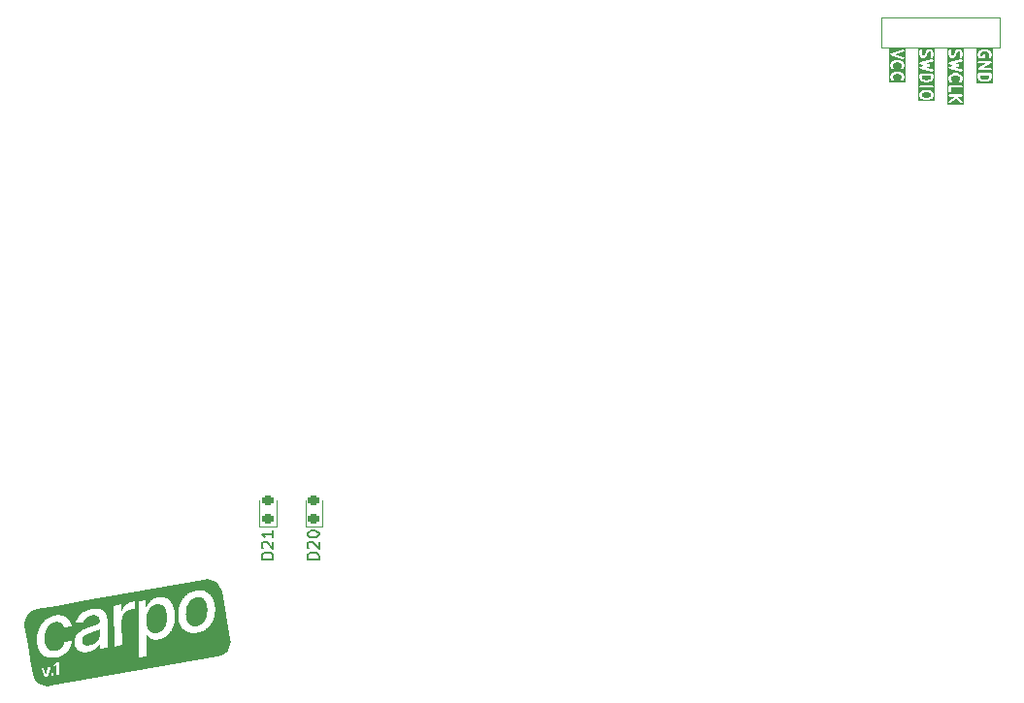
<source format=gto>
G04 #@! TF.GenerationSoftware,KiCad,Pcbnew,8.0.4*
G04 #@! TF.CreationDate,2024-10-20T02:46:26-03:00*
G04 #@! TF.ProjectId,carpo_left,63617270-6f5f-46c6-9566-742e6b696361,rev?*
G04 #@! TF.SameCoordinates,Original*
G04 #@! TF.FileFunction,Legend,Top*
G04 #@! TF.FilePolarity,Positive*
%FSLAX46Y46*%
G04 Gerber Fmt 4.6, Leading zero omitted, Abs format (unit mm)*
G04 Created by KiCad (PCBNEW 8.0.4) date 2024-10-20 02:46:26*
%MOMM*%
%LPD*%
G01*
G04 APERTURE LIST*
G04 Aperture macros list*
%AMRoundRect*
0 Rectangle with rounded corners*
0 $1 Rounding radius*
0 $2 $3 $4 $5 $6 $7 $8 $9 X,Y pos of 4 corners*
0 Add a 4 corners polygon primitive as box body*
4,1,4,$2,$3,$4,$5,$6,$7,$8,$9,$2,$3,0*
0 Add four circle primitives for the rounded corners*
1,1,$1+$1,$2,$3*
1,1,$1+$1,$4,$5*
1,1,$1+$1,$6,$7*
1,1,$1+$1,$8,$9*
0 Add four rect primitives between the rounded corners*
20,1,$1+$1,$2,$3,$4,$5,0*
20,1,$1+$1,$4,$5,$6,$7,0*
20,1,$1+$1,$6,$7,$8,$9,0*
20,1,$1+$1,$8,$9,$2,$3,0*%
G04 Aperture macros list end*
%ADD10C,0.000000*%
%ADD11C,0.200000*%
%ADD12C,0.150000*%
%ADD13C,0.120000*%
%ADD14RoundRect,0.218750X0.256250X-0.218750X0.256250X0.218750X-0.256250X0.218750X-0.256250X-0.218750X0*%
%ADD15C,4.300000*%
%ADD16R,1.700000X1.700000*%
%ADD17O,1.700000X1.700000*%
%ADD18C,1.700000*%
%ADD19C,3.400000*%
%ADD20C,0.750000*%
%ADD21C,0.900000*%
%ADD22O,1.000000X1.800000*%
%ADD23O,1.000000X2.200000*%
G04 APERTURE END LIST*
D10*
G36*
X133989167Y-115543374D02*
G01*
X134038320Y-115548086D01*
X134085714Y-115555904D01*
X134131350Y-115566760D01*
X134175229Y-115580592D01*
X134217353Y-115597332D01*
X134257722Y-115616915D01*
X134296337Y-115639276D01*
X134333201Y-115664351D01*
X134368314Y-115692073D01*
X134401678Y-115722375D01*
X134433293Y-115755195D01*
X134463162Y-115790467D01*
X134491286Y-115828124D01*
X134517664Y-115868101D01*
X134542298Y-115910334D01*
X134565190Y-115954756D01*
X134586343Y-116001302D01*
X134605756Y-116049908D01*
X134623429Y-116100507D01*
X134639367Y-116153034D01*
X134653569Y-116207423D01*
X134666035Y-116263611D01*
X134676769Y-116321531D01*
X134685769Y-116381117D01*
X134693040Y-116442304D01*
X134698580Y-116505028D01*
X134702393Y-116569223D01*
X134704478Y-116634822D01*
X134701477Y-116767563D01*
X134691346Y-116897033D01*
X134674086Y-117022678D01*
X134649698Y-117143947D01*
X134618185Y-117260288D01*
X134579548Y-117371146D01*
X134533789Y-117475972D01*
X134480910Y-117574211D01*
X134451800Y-117620689D01*
X134420911Y-117665314D01*
X134388243Y-117708015D01*
X134353795Y-117748724D01*
X134317569Y-117787373D01*
X134279565Y-117823893D01*
X134239782Y-117858214D01*
X134198221Y-117890265D01*
X134154881Y-117919982D01*
X134109764Y-117947293D01*
X134062870Y-117972128D01*
X134014196Y-117994419D01*
X133963747Y-118014097D01*
X133911522Y-118031093D01*
X133857518Y-118045339D01*
X133801739Y-118056763D01*
X133748141Y-118064724D01*
X133696024Y-118069474D01*
X133645401Y-118071065D01*
X133596282Y-118069540D01*
X133548682Y-118064948D01*
X133502611Y-118057341D01*
X133458085Y-118046759D01*
X133415112Y-118033257D01*
X133373706Y-118016878D01*
X133333879Y-117997671D01*
X133295645Y-117975684D01*
X133259014Y-117950965D01*
X133223999Y-117923560D01*
X133190613Y-117893519D01*
X133158868Y-117860887D01*
X133128775Y-117825715D01*
X133100347Y-117788048D01*
X133073597Y-117747934D01*
X133048537Y-117705421D01*
X133025179Y-117660557D01*
X133003536Y-117613390D01*
X132983618Y-117563967D01*
X132965440Y-117512336D01*
X132949012Y-117458545D01*
X132934349Y-117402640D01*
X132921461Y-117344670D01*
X132910361Y-117284684D01*
X132901062Y-117222726D01*
X132893574Y-117158847D01*
X132887913Y-117093095D01*
X132884087Y-117025514D01*
X132882112Y-116956154D01*
X132883961Y-116818863D01*
X132893350Y-116686487D01*
X132910205Y-116559396D01*
X132934452Y-116437960D01*
X132966017Y-116322550D01*
X133004825Y-116213540D01*
X133050803Y-116111297D01*
X133103874Y-116016194D01*
X133133047Y-115971435D01*
X133163967Y-115928600D01*
X133196623Y-115887736D01*
X133231004Y-115848888D01*
X133267104Y-115812102D01*
X133304913Y-115777427D01*
X133344423Y-115744908D01*
X133385621Y-115714589D01*
X133428500Y-115686519D01*
X133473050Y-115660745D01*
X133519263Y-115637311D01*
X133567128Y-115616265D01*
X133616639Y-115597651D01*
X133667781Y-115581520D01*
X133720551Y-115567913D01*
X133774935Y-115556880D01*
X133831138Y-115548520D01*
X133885576Y-115543524D01*
X133938252Y-115541832D01*
X133989167Y-115543374D01*
G37*
G36*
X138483259Y-113405346D02*
G01*
X138728786Y-113487455D01*
X138951340Y-113613525D01*
X139146000Y-113779606D01*
X139307056Y-113982174D01*
X139428045Y-114216955D01*
X139501524Y-114477047D01*
X140223271Y-118570278D01*
X140243171Y-118839766D01*
X140209779Y-119101769D01*
X140127726Y-119347253D01*
X140001602Y-119569848D01*
X139835587Y-119764435D01*
X139632958Y-119925613D01*
X139398145Y-120046549D01*
X139138151Y-120120051D01*
X124553185Y-122691774D01*
X124283636Y-122711645D01*
X124021621Y-122678313D01*
X123776179Y-122596142D01*
X123553535Y-122470086D01*
X123358979Y-122304035D01*
X123197819Y-122101436D01*
X123076834Y-121866654D01*
X123003358Y-121606613D01*
X122946455Y-121283903D01*
X122921400Y-121141811D01*
X123752296Y-121141811D01*
X124039869Y-121916393D01*
X124290014Y-121872287D01*
X124325732Y-121757629D01*
X124345703Y-121693521D01*
X124577202Y-121693521D01*
X124577383Y-121699996D01*
X124577903Y-121706507D01*
X124578816Y-121713004D01*
X124580027Y-121719358D01*
X124581528Y-121725563D01*
X124583313Y-121731612D01*
X124585371Y-121737499D01*
X124587698Y-121743216D01*
X124590284Y-121748760D01*
X124593120Y-121754120D01*
X124596202Y-121759292D01*
X124599520Y-121764268D01*
X124603067Y-121769043D01*
X124606834Y-121773609D01*
X124610816Y-121777961D01*
X124615001Y-121782090D01*
X124619385Y-121785991D01*
X124623959Y-121789657D01*
X124628715Y-121793083D01*
X124633646Y-121796260D01*
X124638743Y-121799181D01*
X124644000Y-121801841D01*
X124649409Y-121804234D01*
X124654961Y-121806352D01*
X124660650Y-121808189D01*
X124666465Y-121809739D01*
X124672403Y-121810994D01*
X124678453Y-121811947D01*
X124684607Y-121812594D01*
X124690860Y-121812927D01*
X124697202Y-121812937D01*
X124703627Y-121812622D01*
X124710125Y-121811972D01*
X124716690Y-121810982D01*
X124722761Y-121809744D01*
X124728755Y-121808191D01*
X124734659Y-121806333D01*
X124740469Y-121804179D01*
X124746173Y-121801739D01*
X124751762Y-121799020D01*
X124757229Y-121796037D01*
X124762564Y-121792794D01*
X124767758Y-121789303D01*
X124772803Y-121785574D01*
X124777689Y-121781615D01*
X124782408Y-121777436D01*
X124786951Y-121773047D01*
X124791309Y-121768459D01*
X124795474Y-121763679D01*
X124799435Y-121758717D01*
X124803186Y-121753582D01*
X124806715Y-121748285D01*
X124810018Y-121742836D01*
X124813079Y-121737243D01*
X124815896Y-121731515D01*
X124818455Y-121725664D01*
X124820751Y-121719698D01*
X124822773Y-121713626D01*
X124824514Y-121707459D01*
X124825963Y-121701204D01*
X124827112Y-121694873D01*
X124827953Y-121688475D01*
X124828475Y-121682019D01*
X124828672Y-121675515D01*
X124828532Y-121668972D01*
X124828048Y-121662401D01*
X124827301Y-121656024D01*
X124826228Y-121649789D01*
X124824839Y-121643701D01*
X124823145Y-121637766D01*
X124821156Y-121631992D01*
X124818880Y-121626384D01*
X124816328Y-121620949D01*
X124813511Y-121615693D01*
X124810437Y-121610621D01*
X124807117Y-121605742D01*
X124803560Y-121601060D01*
X124799777Y-121596583D01*
X124795778Y-121592315D01*
X124791570Y-121588265D01*
X124787166Y-121584438D01*
X124782575Y-121580841D01*
X124777807Y-121577480D01*
X124772871Y-121574360D01*
X124767778Y-121571489D01*
X124762538Y-121568873D01*
X124757160Y-121566517D01*
X124751654Y-121564431D01*
X124746029Y-121562617D01*
X124740297Y-121561083D01*
X124734465Y-121559835D01*
X124728547Y-121558882D01*
X124722549Y-121558226D01*
X124716484Y-121557876D01*
X124710358Y-121557838D01*
X124704185Y-121558118D01*
X124697972Y-121558723D01*
X124691730Y-121559658D01*
X124685288Y-121560956D01*
X124678957Y-121562555D01*
X124672742Y-121564446D01*
X124666652Y-121566618D01*
X124660692Y-121569066D01*
X124654873Y-121571779D01*
X124649203Y-121574749D01*
X124643687Y-121577966D01*
X124638334Y-121581421D01*
X124633152Y-121585108D01*
X124628148Y-121589014D01*
X124623331Y-121593134D01*
X124618706Y-121597456D01*
X124614284Y-121601973D01*
X124610070Y-121606676D01*
X124606073Y-121611556D01*
X124602302Y-121616605D01*
X124598761Y-121621813D01*
X124595462Y-121627171D01*
X124592410Y-121632671D01*
X124589614Y-121638304D01*
X124587080Y-121644061D01*
X124584817Y-121649933D01*
X124582832Y-121655911D01*
X124581133Y-121661988D01*
X124579729Y-121668152D01*
X124578625Y-121674397D01*
X124577832Y-121680711D01*
X124577356Y-121687088D01*
X124577202Y-121693521D01*
X124345703Y-121693521D01*
X124527870Y-121108754D01*
X124562051Y-120999030D01*
X124318746Y-121041931D01*
X124158642Y-121660646D01*
X124150256Y-121662125D01*
X123978475Y-121101930D01*
X123752296Y-121141811D01*
X122921400Y-121141811D01*
X122870856Y-120855162D01*
X124796021Y-120855162D01*
X124797947Y-121061132D01*
X125040860Y-120860368D01*
X125047149Y-120859259D01*
X125055846Y-121737250D01*
X125281482Y-121697464D01*
X125278722Y-121422347D01*
X125270465Y-120599055D01*
X125058317Y-120636463D01*
X124796021Y-120855162D01*
X122870856Y-120855162D01*
X122575146Y-119178105D01*
X122482595Y-118653223D01*
X123349945Y-118653223D01*
X123352490Y-118752786D01*
X123358567Y-118849818D01*
X123368136Y-118944243D01*
X123381158Y-119035984D01*
X123397589Y-119124965D01*
X123417391Y-119211112D01*
X123440523Y-119294347D01*
X123466943Y-119374595D01*
X123496612Y-119451781D01*
X123529488Y-119525829D01*
X123565531Y-119596662D01*
X123604701Y-119664204D01*
X123646956Y-119728379D01*
X123692257Y-119789114D01*
X123740562Y-119846330D01*
X123791830Y-119899953D01*
X123846023Y-119949904D01*
X123903097Y-119996111D01*
X123963014Y-120038495D01*
X124025732Y-120076983D01*
X124091211Y-120111497D01*
X124159409Y-120141962D01*
X124230288Y-120168302D01*
X124303805Y-120190441D01*
X124379921Y-120208304D01*
X124458594Y-120221814D01*
X124539783Y-120230894D01*
X124623449Y-120235471D01*
X124709551Y-120235467D01*
X124798048Y-120230808D01*
X124888898Y-120221416D01*
X124982064Y-120207216D01*
X125057738Y-120192397D01*
X125131648Y-120174977D01*
X125203767Y-120155019D01*
X125274067Y-120132586D01*
X125409108Y-120080547D01*
X125536557Y-120019366D01*
X125656199Y-119949547D01*
X125767820Y-119871592D01*
X125871208Y-119786008D01*
X125966149Y-119693298D01*
X126052428Y-119593967D01*
X126129832Y-119488520D01*
X126198145Y-119377462D01*
X126257157Y-119261296D01*
X126306650Y-119140525D01*
X126326769Y-119077345D01*
X126346414Y-119015658D01*
X126376233Y-118887195D01*
X126384142Y-118834275D01*
X126635736Y-118834275D01*
X126638082Y-118898570D01*
X126643339Y-118960512D01*
X126651439Y-119020097D01*
X126662315Y-119077327D01*
X126675900Y-119132195D01*
X126692127Y-119184702D01*
X126710929Y-119234844D01*
X126732238Y-119282620D01*
X126755987Y-119328028D01*
X126782109Y-119371064D01*
X126810536Y-119411728D01*
X126841202Y-119450015D01*
X126874039Y-119485927D01*
X126908981Y-119519459D01*
X126945958Y-119550608D01*
X126984907Y-119579374D01*
X127025756Y-119605753D01*
X127068440Y-119629744D01*
X127112893Y-119651346D01*
X127159047Y-119670553D01*
X127206833Y-119687366D01*
X127256187Y-119701782D01*
X127307038Y-119713798D01*
X127359322Y-119723413D01*
X127412970Y-119730624D01*
X127467915Y-119735430D01*
X127524091Y-119737827D01*
X127581429Y-119737813D01*
X127639862Y-119735388D01*
X127699325Y-119730547D01*
X127759748Y-119723290D01*
X127821065Y-119713613D01*
X127925505Y-119691763D01*
X128024078Y-119664404D01*
X128116871Y-119632009D01*
X128203974Y-119595047D01*
X128285479Y-119553990D01*
X128361474Y-119509310D01*
X128432049Y-119461477D01*
X128497295Y-119410963D01*
X128557300Y-119358238D01*
X128612155Y-119303776D01*
X128661949Y-119248045D01*
X128706773Y-119191517D01*
X128746717Y-119134666D01*
X128781869Y-119077959D01*
X128812321Y-119021870D01*
X128838160Y-118966869D01*
X128865226Y-118962097D01*
X128867544Y-119450052D01*
X129526119Y-119333927D01*
X129501659Y-116966166D01*
X129498382Y-116871708D01*
X129490721Y-116782787D01*
X129478865Y-116699257D01*
X129462996Y-116620967D01*
X129443306Y-116547772D01*
X129419981Y-116479523D01*
X129393207Y-116416073D01*
X129363169Y-116357275D01*
X129330056Y-116302981D01*
X129294056Y-116253045D01*
X129255353Y-116207316D01*
X129214135Y-116165650D01*
X129170591Y-116127898D01*
X129124905Y-116093913D01*
X129077264Y-116063547D01*
X129027858Y-116036652D01*
X128976870Y-116013082D01*
X128924488Y-115992688D01*
X128870901Y-115975324D01*
X128816294Y-115960840D01*
X128760854Y-115949092D01*
X128704768Y-115939930D01*
X128591407Y-115928774D01*
X128477704Y-115926195D01*
X128365154Y-115931012D01*
X128255255Y-115942046D01*
X128149498Y-115958116D01*
X128032544Y-115981823D01*
X127917108Y-116011555D01*
X127803664Y-116047424D01*
X127692687Y-116089533D01*
X127584656Y-116137992D01*
X127480044Y-116192905D01*
X127379327Y-116254381D01*
X127282979Y-116322526D01*
X127191478Y-116397448D01*
X127105299Y-116479252D01*
X127024917Y-116568047D01*
X126950806Y-116663941D01*
X126883446Y-116767037D01*
X126823308Y-116877444D01*
X126796097Y-116935424D01*
X126770870Y-116995270D01*
X126747687Y-117056999D01*
X126726607Y-117120623D01*
X127356508Y-117158381D01*
X127377398Y-117107332D01*
X127402209Y-117056153D01*
X127430969Y-117005187D01*
X127463703Y-116954771D01*
X127500437Y-116905244D01*
X127520311Y-116880920D01*
X127541196Y-116856946D01*
X127563093Y-116833365D01*
X127586005Y-116810217D01*
X127609939Y-116787547D01*
X127634893Y-116765397D01*
X127660873Y-116743808D01*
X127687882Y-116722823D01*
X127715923Y-116702485D01*
X127745001Y-116682836D01*
X127775116Y-116663919D01*
X127806273Y-116645775D01*
X127838474Y-116628448D01*
X127871725Y-116611980D01*
X127906025Y-116596413D01*
X127941382Y-116581791D01*
X127977795Y-116568153D01*
X128015271Y-116555545D01*
X128053810Y-116544007D01*
X128093416Y-116533583D01*
X128134094Y-116524315D01*
X128175845Y-116516246D01*
X128215795Y-116509894D01*
X128254452Y-116505147D01*
X128291820Y-116501991D01*
X128327899Y-116500412D01*
X128362696Y-116500398D01*
X128396209Y-116501933D01*
X128428444Y-116505004D01*
X128459403Y-116509597D01*
X128489088Y-116515699D01*
X128517502Y-116523297D01*
X128544648Y-116532376D01*
X128570528Y-116542923D01*
X128595146Y-116554925D01*
X128618502Y-116568366D01*
X128640602Y-116583233D01*
X128661447Y-116599515D01*
X128681038Y-116617195D01*
X128699382Y-116636262D01*
X128716478Y-116656700D01*
X128732331Y-116678496D01*
X128746941Y-116701638D01*
X128760314Y-116726109D01*
X128772450Y-116751898D01*
X128783353Y-116778991D01*
X128793025Y-116807374D01*
X128801470Y-116837032D01*
X128808690Y-116867953D01*
X128814686Y-116900124D01*
X128819463Y-116933530D01*
X128823024Y-116968156D01*
X128825368Y-117003990D01*
X128826502Y-117041019D01*
X128829288Y-117056818D01*
X128828505Y-117079558D01*
X128826197Y-117101157D01*
X128822344Y-117121676D01*
X128816926Y-117141181D01*
X128809928Y-117159737D01*
X128801330Y-117177404D01*
X128791113Y-117194248D01*
X128779258Y-117210333D01*
X128765748Y-117225721D01*
X128750562Y-117240478D01*
X128733685Y-117254666D01*
X128715096Y-117268349D01*
X128694777Y-117281592D01*
X128672709Y-117294456D01*
X128648873Y-117307008D01*
X128623253Y-117319310D01*
X128595828Y-117331425D01*
X128566580Y-117343418D01*
X128535491Y-117355353D01*
X128502543Y-117367293D01*
X128430992Y-117391442D01*
X128351778Y-117416378D01*
X127955341Y-117534166D01*
X127832299Y-117571990D01*
X127709978Y-117612808D01*
X127589381Y-117657218D01*
X127471513Y-117705821D01*
X127357380Y-117759213D01*
X127247984Y-117817998D01*
X127144334Y-117882774D01*
X127047432Y-117954139D01*
X126958283Y-118032695D01*
X126916930Y-118074857D01*
X126877892Y-118119041D01*
X126841295Y-118165322D01*
X126807264Y-118213776D01*
X126775925Y-118264476D01*
X126747404Y-118317499D01*
X126721826Y-118372918D01*
X126699316Y-118430811D01*
X126680001Y-118491250D01*
X126664006Y-118554311D01*
X126651456Y-118620070D01*
X126642478Y-118688600D01*
X126637196Y-118759977D01*
X126635736Y-118834275D01*
X126384142Y-118834275D01*
X126395893Y-118755643D01*
X125737311Y-118871769D01*
X125728943Y-118908969D01*
X125719393Y-118945441D01*
X125708678Y-118981165D01*
X125696823Y-119016125D01*
X125683841Y-119050307D01*
X125669759Y-119083693D01*
X125654590Y-119116265D01*
X125638357Y-119148010D01*
X125621081Y-119178911D01*
X125602778Y-119208950D01*
X125583470Y-119238114D01*
X125563176Y-119266381D01*
X125541918Y-119293742D01*
X125519713Y-119320175D01*
X125496582Y-119345668D01*
X125472542Y-119370200D01*
X125447618Y-119393759D01*
X125421825Y-119416327D01*
X125395185Y-119437889D01*
X125367716Y-119458425D01*
X125339440Y-119477924D01*
X125310376Y-119496366D01*
X125280543Y-119513736D01*
X125249959Y-119530017D01*
X125218648Y-119545194D01*
X125186627Y-119559250D01*
X125153914Y-119572170D01*
X125120532Y-119583935D01*
X125086500Y-119594532D01*
X125051837Y-119603942D01*
X125016562Y-119612150D01*
X124980697Y-119619139D01*
X124927579Y-119627074D01*
X124875654Y-119631961D01*
X124824950Y-119633829D01*
X124775502Y-119632714D01*
X124727338Y-119628644D01*
X124680493Y-119621651D01*
X124634998Y-119611769D01*
X124590882Y-119599027D01*
X124548179Y-119583456D01*
X124506920Y-119565090D01*
X124467136Y-119543958D01*
X124428858Y-119520094D01*
X124392121Y-119493528D01*
X124356951Y-119464290D01*
X124323383Y-119432415D01*
X124291448Y-119397931D01*
X124261179Y-119360873D01*
X124232606Y-119321269D01*
X124205760Y-119279153D01*
X124180673Y-119234556D01*
X124157377Y-119187509D01*
X124135904Y-119138045D01*
X124116285Y-119086193D01*
X124098550Y-119031984D01*
X124082733Y-118975453D01*
X124068865Y-118916629D01*
X124056976Y-118855545D01*
X124047100Y-118792231D01*
X124039266Y-118726719D01*
X124033508Y-118659042D01*
X124029855Y-118589229D01*
X124028340Y-118517313D01*
X124030283Y-118376888D01*
X124041007Y-118241853D01*
X124060229Y-118112549D01*
X124087663Y-117989315D01*
X124123027Y-117872492D01*
X124166035Y-117762417D01*
X124216404Y-117659432D01*
X124244260Y-117610704D01*
X124273850Y-117563875D01*
X124305138Y-117518988D01*
X124338088Y-117476086D01*
X124372666Y-117435211D01*
X124408836Y-117396406D01*
X124446561Y-117359712D01*
X124485806Y-117325172D01*
X124526538Y-117292830D01*
X124568719Y-117262727D01*
X124612313Y-117234905D01*
X124657287Y-117209408D01*
X124703604Y-117186277D01*
X124751229Y-117165554D01*
X124800123Y-117147284D01*
X124850257Y-117131508D01*
X124901590Y-117118267D01*
X124954090Y-117107606D01*
X124993794Y-117101416D01*
X125032541Y-117096989D01*
X125070330Y-117094283D01*
X125107153Y-117093261D01*
X125143004Y-117093882D01*
X125177879Y-117096105D01*
X125211773Y-117099891D01*
X125244680Y-117105200D01*
X125276594Y-117111993D01*
X125307511Y-117120228D01*
X125337425Y-117129866D01*
X125366332Y-117140868D01*
X125394223Y-117153193D01*
X125421097Y-117166801D01*
X125446946Y-117181653D01*
X125471766Y-117197708D01*
X125495550Y-117214927D01*
X125518293Y-117233269D01*
X125539993Y-117252695D01*
X125560640Y-117273164D01*
X125580231Y-117294638D01*
X125598760Y-117317075D01*
X125616223Y-117340437D01*
X125632613Y-117364682D01*
X125647925Y-117389771D01*
X125662155Y-117415665D01*
X125687344Y-117469704D01*
X125708136Y-117526479D01*
X125724490Y-117585674D01*
X126380792Y-117469950D01*
X126371613Y-117404700D01*
X126359622Y-117341406D01*
X126344867Y-117280102D01*
X126327400Y-117220827D01*
X126307271Y-117163608D01*
X126284527Y-117108487D01*
X126259222Y-117055494D01*
X126231402Y-117004666D01*
X126201119Y-116956036D01*
X126168424Y-116909642D01*
X126133365Y-116865513D01*
X126095993Y-116823689D01*
X126056357Y-116784201D01*
X126014507Y-116747086D01*
X125970495Y-116712377D01*
X125924368Y-116680109D01*
X125876177Y-116650318D01*
X125825973Y-116623038D01*
X125773806Y-116598301D01*
X125719723Y-116576145D01*
X125663777Y-116556604D01*
X125606017Y-116539712D01*
X125546492Y-116525502D01*
X125485254Y-116514011D01*
X125422351Y-116505274D01*
X125357833Y-116499324D01*
X125291751Y-116496197D01*
X125224155Y-116495926D01*
X125155095Y-116498547D01*
X125084619Y-116504093D01*
X125012778Y-116512601D01*
X124939624Y-116524105D01*
X124848888Y-116542311D01*
X124760262Y-116564509D01*
X124673800Y-116590615D01*
X124589554Y-116620536D01*
X124507579Y-116654187D01*
X124427928Y-116691481D01*
X124350657Y-116732331D01*
X124275819Y-116776647D01*
X124203468Y-116824344D01*
X124133659Y-116875335D01*
X124066442Y-116929530D01*
X124001875Y-116986843D01*
X123940012Y-117047186D01*
X123880905Y-117110473D01*
X123824609Y-117176615D01*
X123771177Y-117245526D01*
X123720664Y-117317117D01*
X123673125Y-117391302D01*
X123628612Y-117467992D01*
X123587180Y-117547101D01*
X123548882Y-117628542D01*
X123513774Y-117712224D01*
X123481908Y-117798065D01*
X123453338Y-117885974D01*
X123428121Y-117975864D01*
X123406306Y-118067647D01*
X123387951Y-118161237D01*
X123373108Y-118256546D01*
X123361832Y-118353486D01*
X123354177Y-118451972D01*
X123350197Y-118551913D01*
X123349945Y-118653223D01*
X122482595Y-118653223D01*
X122281610Y-117513381D01*
X122261708Y-117243844D01*
X122295096Y-116981841D01*
X122377253Y-116736388D01*
X122503274Y-116513762D01*
X122669378Y-116319162D01*
X122871923Y-116158047D01*
X123106727Y-116037063D01*
X123366816Y-115963543D01*
X125057108Y-115665499D01*
X130072773Y-115665499D01*
X130106240Y-119231636D01*
X130780584Y-119112731D01*
X130754925Y-116935891D01*
X130756041Y-116892259D01*
X130759124Y-116849081D01*
X130764137Y-116806403D01*
X130771041Y-116764267D01*
X130779799Y-116722720D01*
X130790370Y-116681806D01*
X130802718Y-116641569D01*
X130816800Y-116602055D01*
X130832583Y-116563307D01*
X130850027Y-116525371D01*
X130869091Y-116488290D01*
X130889738Y-116452112D01*
X130911930Y-116416879D01*
X130935629Y-116382635D01*
X130960794Y-116349428D01*
X130987389Y-116317299D01*
X131015374Y-116286295D01*
X131044711Y-116256460D01*
X131075361Y-116227837D01*
X131107286Y-116200475D01*
X131140448Y-116174415D01*
X131174807Y-116149702D01*
X131210326Y-116126382D01*
X131246966Y-116104499D01*
X131284687Y-116084097D01*
X131323453Y-116065222D01*
X131363223Y-116047919D01*
X131403961Y-116032230D01*
X131445627Y-116018202D01*
X131488181Y-116005879D01*
X131531588Y-115995306D01*
X131575806Y-115986528D01*
X131629709Y-115978152D01*
X131683837Y-115971725D01*
X131736747Y-115967090D01*
X131787001Y-115964096D01*
X131833155Y-115962588D01*
X131873771Y-115962412D01*
X131907407Y-115963417D01*
X131932621Y-115965444D01*
X131927138Y-115301317D01*
X131912931Y-115301336D01*
X131897545Y-115301823D01*
X131863820Y-115304041D01*
X131827133Y-115307655D01*
X131788651Y-115312350D01*
X131749541Y-115317812D01*
X131710973Y-115323723D01*
X131640129Y-115335636D01*
X131564712Y-115351692D01*
X131490870Y-115372897D01*
X131418859Y-115399073D01*
X131348932Y-115430042D01*
X131281345Y-115465628D01*
X131216353Y-115505652D01*
X131154211Y-115549935D01*
X131095173Y-115598301D01*
X131039496Y-115650571D01*
X130987432Y-115706568D01*
X130939239Y-115766114D01*
X130895169Y-115829030D01*
X130855480Y-115895140D01*
X130820425Y-115964265D01*
X130790258Y-116036228D01*
X130765237Y-116110850D01*
X130729150Y-116117213D01*
X130724606Y-115550563D01*
X130072773Y-115665499D01*
X125057108Y-115665499D01*
X127188949Y-115289598D01*
X132204609Y-115289598D01*
X132250627Y-120193011D01*
X132924971Y-120074106D01*
X132907586Y-118181847D01*
X132948135Y-118174697D01*
X133002688Y-118257394D01*
X133035122Y-118301722D01*
X133071510Y-118346839D01*
X133112240Y-118391844D01*
X133157697Y-118435839D01*
X133182317Y-118457175D01*
X133208267Y-118477923D01*
X133235589Y-118497968D01*
X133264336Y-118517196D01*
X133294554Y-118535499D01*
X133326292Y-118552762D01*
X133359599Y-118568873D01*
X133394522Y-118583720D01*
X133431111Y-118597189D01*
X133469412Y-118609170D01*
X133509475Y-118619548D01*
X133551346Y-118628213D01*
X133595077Y-118635052D01*
X133640714Y-118639950D01*
X133688306Y-118642798D01*
X133737901Y-118643483D01*
X133789548Y-118641890D01*
X133843293Y-118637909D01*
X133899188Y-118631427D01*
X133957278Y-118622332D01*
X134035233Y-118606564D01*
X134111736Y-118587032D01*
X134186719Y-118563793D01*
X134260112Y-118536899D01*
X134331845Y-118506408D01*
X134401849Y-118472371D01*
X134470052Y-118434843D01*
X134536388Y-118393880D01*
X134600785Y-118349535D01*
X134663173Y-118301863D01*
X134723484Y-118250918D01*
X134781650Y-118196756D01*
X134837597Y-118139428D01*
X134891257Y-118078992D01*
X134942563Y-118015502D01*
X134991442Y-117949011D01*
X135037827Y-117879573D01*
X135081647Y-117807244D01*
X135122832Y-117732078D01*
X135161312Y-117654128D01*
X135197021Y-117573450D01*
X135229887Y-117490099D01*
X135259837Y-117404128D01*
X135286809Y-117315591D01*
X135310725Y-117224546D01*
X135331522Y-117131042D01*
X135349128Y-117035137D01*
X135363472Y-116936885D01*
X135366820Y-116906325D01*
X135374486Y-116836339D01*
X135382099Y-116733556D01*
X135386246Y-116628589D01*
X135386851Y-116521492D01*
X135384853Y-116450574D01*
X135670139Y-116450574D01*
X135673268Y-116554014D01*
X135680082Y-116654567D01*
X135690527Y-116752174D01*
X135704547Y-116846775D01*
X135722089Y-116938308D01*
X135743097Y-117026713D01*
X135767518Y-117111932D01*
X135795297Y-117193903D01*
X135826380Y-117272565D01*
X135860712Y-117347860D01*
X135898238Y-117419726D01*
X135938904Y-117488104D01*
X135982656Y-117552934D01*
X136029438Y-117614155D01*
X136079198Y-117671706D01*
X136131881Y-117725527D01*
X136187430Y-117775558D01*
X136245792Y-117821740D01*
X136306913Y-117864012D01*
X136370739Y-117902315D01*
X136437214Y-117936586D01*
X136506285Y-117966766D01*
X136577897Y-117992795D01*
X136651996Y-118014615D01*
X136728526Y-118032163D01*
X136807433Y-118045379D01*
X136888664Y-118054201D01*
X136972162Y-118058574D01*
X137057875Y-118058434D01*
X137145748Y-118053721D01*
X137235725Y-118044376D01*
X137327754Y-118030338D01*
X137416814Y-118012532D01*
X137503818Y-117990930D01*
X137588712Y-117965605D01*
X137671442Y-117936630D01*
X137751957Y-117904078D01*
X137830203Y-117868024D01*
X137906126Y-117828542D01*
X137979675Y-117785704D01*
X138050796Y-117739584D01*
X138119435Y-117690256D01*
X138185541Y-117637795D01*
X138249060Y-117582273D01*
X138309938Y-117523764D01*
X138368121Y-117462342D01*
X138423560Y-117398080D01*
X138476199Y-117331052D01*
X138525987Y-117261331D01*
X138572868Y-117188992D01*
X138616791Y-117114108D01*
X138657703Y-117036753D01*
X138695550Y-116956999D01*
X138730280Y-116874922D01*
X138761839Y-116790595D01*
X138790175Y-116704089D01*
X138815235Y-116615482D01*
X138836966Y-116524844D01*
X138855313Y-116432252D01*
X138870225Y-116337776D01*
X138881647Y-116241492D01*
X138889529Y-116143473D01*
X138893816Y-116043793D01*
X138894455Y-115942526D01*
X138891005Y-115838508D01*
X138883877Y-115737414D01*
X138873129Y-115639303D01*
X138858816Y-115544235D01*
X138840993Y-115452268D01*
X138819715Y-115363461D01*
X138795038Y-115277871D01*
X138767018Y-115195559D01*
X138735709Y-115116582D01*
X138701168Y-115041000D01*
X138663450Y-114968873D01*
X138622609Y-114900256D01*
X138578702Y-114835211D01*
X138531785Y-114773795D01*
X138481913Y-114716068D01*
X138429140Y-114662088D01*
X138373523Y-114611914D01*
X138315116Y-114565606D01*
X138253978Y-114523220D01*
X138190159Y-114484816D01*
X138123718Y-114450454D01*
X138054712Y-114420192D01*
X137983191Y-114394088D01*
X137909216Y-114372201D01*
X137832840Y-114354591D01*
X137754119Y-114341315D01*
X137673107Y-114332433D01*
X137589860Y-114328003D01*
X137504437Y-114328085D01*
X137416887Y-114332736D01*
X137327271Y-114342016D01*
X137235642Y-114355984D01*
X137146167Y-114373862D01*
X137058778Y-114395534D01*
X136973524Y-114420927D01*
X136890461Y-114449970D01*
X136809642Y-114482587D01*
X136731120Y-114518709D01*
X136654948Y-114558263D01*
X136581178Y-114601176D01*
X136509865Y-114647375D01*
X136441062Y-114696789D01*
X136374822Y-114749345D01*
X136311198Y-114804971D01*
X136250244Y-114863592D01*
X136192012Y-114925141D01*
X136136556Y-114989539D01*
X136083930Y-115056719D01*
X136034186Y-115126606D01*
X135987379Y-115199128D01*
X135943559Y-115274213D01*
X135902782Y-115351788D01*
X135865101Y-115431781D01*
X135830569Y-115514119D01*
X135799238Y-115598731D01*
X135771163Y-115685542D01*
X135746396Y-115774483D01*
X135724990Y-115865479D01*
X135707000Y-115958458D01*
X135692478Y-116053350D01*
X135681478Y-116150078D01*
X135674053Y-116248574D01*
X135670255Y-116348764D01*
X135670139Y-116450574D01*
X135384853Y-116450574D01*
X135383847Y-116414849D01*
X135377348Y-116311654D01*
X135367428Y-116211930D01*
X135354160Y-116115704D01*
X135337611Y-116022998D01*
X135317859Y-115933839D01*
X135294973Y-115848249D01*
X135269026Y-115766256D01*
X135240089Y-115687883D01*
X135208234Y-115613155D01*
X135173535Y-115542096D01*
X135136064Y-115474733D01*
X135095890Y-115411089D01*
X135053087Y-115351189D01*
X135007728Y-115295057D01*
X134959882Y-115242720D01*
X134909625Y-115194201D01*
X134857027Y-115149525D01*
X134802161Y-115108717D01*
X134745097Y-115071801D01*
X134685909Y-115038803D01*
X134624669Y-115009748D01*
X134561447Y-114984659D01*
X134496319Y-114963562D01*
X134429353Y-114946483D01*
X134360623Y-114933443D01*
X134290201Y-114924470D01*
X134218159Y-114919588D01*
X134144568Y-114918822D01*
X134069502Y-114922195D01*
X133993031Y-114929734D01*
X133915228Y-114941463D01*
X133856162Y-114953044D01*
X133799458Y-114966474D01*
X133745058Y-114981652D01*
X133692910Y-114998481D01*
X133642961Y-115016863D01*
X133595153Y-115036699D01*
X133549434Y-115057893D01*
X133505748Y-115080343D01*
X133424262Y-115128627D01*
X133350261Y-115180765D01*
X133283307Y-115235973D01*
X133222968Y-115293465D01*
X133168805Y-115352459D01*
X133120388Y-115412165D01*
X133077278Y-115471801D01*
X133039041Y-115530582D01*
X133005243Y-115587721D01*
X132975448Y-115642434D01*
X132926127Y-115741442D01*
X132869717Y-115751388D01*
X132863186Y-115173474D01*
X132204609Y-115289598D01*
X127188949Y-115289598D01*
X137951781Y-113391821D01*
X138221235Y-113371968D01*
X138483259Y-113405346D01*
G37*
G36*
X137513210Y-114914014D02*
G01*
X137562609Y-114919351D01*
X137610135Y-114927909D01*
X137655798Y-114939603D01*
X137699608Y-114954349D01*
X137741572Y-114972061D01*
X137781700Y-114992651D01*
X137820003Y-115016036D01*
X137856488Y-115042130D01*
X137891165Y-115070847D01*
X137924042Y-115102102D01*
X137955131Y-115135809D01*
X137984440Y-115171885D01*
X138011978Y-115210239D01*
X138037752Y-115250790D01*
X138061775Y-115293452D01*
X138084055Y-115338139D01*
X138104601Y-115384763D01*
X138123421Y-115433242D01*
X138140526Y-115483490D01*
X138155925Y-115535420D01*
X138169627Y-115588947D01*
X138181641Y-115643986D01*
X138191975Y-115700451D01*
X138200640Y-115758256D01*
X138207645Y-115817318D01*
X138212999Y-115877549D01*
X138216712Y-115938864D01*
X138218792Y-116001177D01*
X138216342Y-116131432D01*
X138206391Y-116259696D01*
X138188917Y-116385274D01*
X138163895Y-116507470D01*
X138131303Y-116625592D01*
X138091114Y-116738945D01*
X138043308Y-116846837D01*
X137987860Y-116948569D01*
X137957262Y-116996911D01*
X137924745Y-117043452D01*
X137890305Y-117088107D01*
X137853940Y-117130789D01*
X137815648Y-117171411D01*
X137775422Y-117209887D01*
X137733263Y-117246128D01*
X137689168Y-117280050D01*
X137643131Y-117311565D01*
X137595151Y-117340585D01*
X137545226Y-117367025D01*
X137493351Y-117390798D01*
X137439524Y-117411817D01*
X137383743Y-117429996D01*
X137326003Y-117445246D01*
X137266301Y-117457482D01*
X137208916Y-117465973D01*
X137153469Y-117470919D01*
X137099954Y-117472408D01*
X137048359Y-117470521D01*
X136998676Y-117465343D01*
X136950894Y-117456960D01*
X136905006Y-117445455D01*
X136861000Y-117430912D01*
X136818868Y-117413415D01*
X136778601Y-117393049D01*
X136740189Y-117369898D01*
X136703622Y-117344047D01*
X136668892Y-117315579D01*
X136635988Y-117284579D01*
X136604902Y-117251132D01*
X136575624Y-117215321D01*
X136548144Y-117177231D01*
X136522455Y-117136946D01*
X136498545Y-117094550D01*
X136476406Y-117050128D01*
X136456027Y-117003762D01*
X136437400Y-116955541D01*
X136420515Y-116905545D01*
X136405364Y-116853860D01*
X136391935Y-116800570D01*
X136380222Y-116745760D01*
X136370212Y-116689512D01*
X136361898Y-116631913D01*
X136355270Y-116573045D01*
X136350318Y-116512994D01*
X136347034Y-116451844D01*
X136345407Y-116389678D01*
X136347043Y-116259489D01*
X136356264Y-116131131D01*
X136373096Y-116005323D01*
X136397566Y-115882776D01*
X136429699Y-115764206D01*
X136469524Y-115650326D01*
X136517068Y-115541851D01*
X136572355Y-115439494D01*
X136602913Y-115390833D01*
X136635416Y-115343969D01*
X136669869Y-115298993D01*
X136706274Y-115255992D01*
X136744637Y-115215057D01*
X136784959Y-115176275D01*
X136827245Y-115139738D01*
X136871495Y-115105533D01*
X136917717Y-115073751D01*
X136965911Y-115044481D01*
X137016082Y-115017810D01*
X137068232Y-114993830D01*
X137122366Y-114972630D01*
X137178488Y-114954297D01*
X137236598Y-114938923D01*
X137296702Y-114926596D01*
X137353683Y-114918191D01*
X137408756Y-114913348D01*
X137461929Y-114911985D01*
X137513210Y-114914014D01*
G37*
G36*
X128838956Y-118166737D02*
G01*
X128838427Y-118206391D01*
X128835976Y-118246102D01*
X128831620Y-118285802D01*
X128825376Y-118325426D01*
X128817264Y-118364905D01*
X128807299Y-118404174D01*
X128795500Y-118443165D01*
X128781884Y-118481811D01*
X128766469Y-118520046D01*
X128749271Y-118557802D01*
X128730309Y-118595013D01*
X128709601Y-118631610D01*
X128687164Y-118667528D01*
X128663015Y-118702700D01*
X128637171Y-118737057D01*
X128609652Y-118770535D01*
X128580472Y-118803066D01*
X128549652Y-118834582D01*
X128517208Y-118865016D01*
X128483157Y-118894302D01*
X128447517Y-118922371D01*
X128410305Y-118949160D01*
X128371541Y-118974600D01*
X128331240Y-118998623D01*
X128289420Y-119021162D01*
X128246099Y-119042151D01*
X128201295Y-119061524D01*
X128155024Y-119079212D01*
X128107304Y-119095149D01*
X128058155Y-119109268D01*
X128007591Y-119121502D01*
X127955632Y-119131784D01*
X127885482Y-119142084D01*
X127818133Y-119147761D01*
X127753816Y-119148788D01*
X127692757Y-119145137D01*
X127663523Y-119141550D01*
X127635189Y-119136782D01*
X127607787Y-119130834D01*
X127581343Y-119123698D01*
X127555888Y-119115373D01*
X127531448Y-119105856D01*
X127508055Y-119095143D01*
X127485735Y-119083229D01*
X127464518Y-119070114D01*
X127444432Y-119055793D01*
X127425507Y-119040261D01*
X127407772Y-119023517D01*
X127391255Y-119005557D01*
X127375984Y-118986377D01*
X127361989Y-118965975D01*
X127349298Y-118944346D01*
X127337940Y-118921488D01*
X127327943Y-118897396D01*
X127319339Y-118872068D01*
X127312153Y-118845502D01*
X127306417Y-118817692D01*
X127302156Y-118788635D01*
X127299400Y-118758330D01*
X127298181Y-118726769D01*
X127298475Y-118692533D01*
X127300676Y-118659335D01*
X127304735Y-118627152D01*
X127310602Y-118595967D01*
X127318227Y-118565756D01*
X127327558Y-118536502D01*
X127338548Y-118508182D01*
X127351145Y-118480778D01*
X127365298Y-118454265D01*
X127380960Y-118428626D01*
X127398080Y-118403839D01*
X127416606Y-118379885D01*
X127436490Y-118356742D01*
X127457682Y-118334390D01*
X127480130Y-118312808D01*
X127503786Y-118291977D01*
X127528599Y-118271874D01*
X127554519Y-118252480D01*
X127581498Y-118233774D01*
X127609483Y-118215737D01*
X127638425Y-118198345D01*
X127668275Y-118181581D01*
X127730494Y-118149849D01*
X127795742Y-118120377D01*
X127863618Y-118093000D01*
X127933722Y-118067553D01*
X128005654Y-118043873D01*
X128212813Y-117978870D01*
X128337601Y-117938105D01*
X128465231Y-117893678D01*
X128587226Y-117846972D01*
X128643463Y-117823199D01*
X128695112Y-117799375D01*
X128741117Y-117775673D01*
X128780416Y-117752267D01*
X128811950Y-117729332D01*
X128834661Y-117707038D01*
X128838956Y-118166737D01*
G37*
D11*
G36*
X206427780Y-69489160D02*
G01*
X206392758Y-69594224D01*
X206325686Y-69661296D01*
X206254780Y-69696749D01*
X206086899Y-69738720D01*
X205968661Y-69738720D01*
X205800780Y-69696749D01*
X205729875Y-69661297D01*
X205662802Y-69594224D01*
X205627780Y-69489159D01*
X205627780Y-69367292D01*
X206427780Y-69367292D01*
X206427780Y-69489160D01*
G37*
G36*
X206738891Y-70049831D02*
G01*
X205316669Y-70049831D01*
X205316669Y-69267292D01*
X205427780Y-69267292D01*
X205427780Y-69505387D01*
X205428752Y-69515260D01*
X205428565Y-69517895D01*
X205429352Y-69521358D01*
X205429701Y-69524896D01*
X205430712Y-69527337D01*
X205432912Y-69537010D01*
X205480532Y-69679868D01*
X205488524Y-69697768D01*
X205490878Y-69700482D01*
X205492253Y-69703801D01*
X205504689Y-69718955D01*
X205599927Y-69814193D01*
X205607593Y-69820484D01*
X205609326Y-69822482D01*
X205612337Y-69824377D01*
X205615081Y-69826629D01*
X205617518Y-69827638D01*
X205625917Y-69832925D01*
X205721154Y-69880544D01*
X205722582Y-69881090D01*
X205723162Y-69881520D01*
X205731338Y-69884441D01*
X205739463Y-69887550D01*
X205740183Y-69887601D01*
X205741622Y-69888115D01*
X205932098Y-69935734D01*
X205935479Y-69936234D01*
X205936843Y-69936799D01*
X205944193Y-69937522D01*
X205951491Y-69938602D01*
X205952949Y-69938384D01*
X205956352Y-69938720D01*
X206099209Y-69938720D01*
X206102611Y-69938384D01*
X206104070Y-69938602D01*
X206111367Y-69937522D01*
X206118718Y-69936799D01*
X206120081Y-69936234D01*
X206123463Y-69935734D01*
X206313938Y-69888115D01*
X206315375Y-69887601D01*
X206316098Y-69887550D01*
X206324222Y-69884441D01*
X206332399Y-69881520D01*
X206332979Y-69881089D01*
X206334406Y-69880544D01*
X206429644Y-69832925D01*
X206438040Y-69827639D01*
X206440480Y-69826629D01*
X206443226Y-69824375D01*
X206446234Y-69822482D01*
X206447963Y-69820487D01*
X206455634Y-69814193D01*
X206550872Y-69718955D01*
X206563308Y-69703801D01*
X206564682Y-69700482D01*
X206567038Y-69697767D01*
X206575029Y-69679867D01*
X206622648Y-69537010D01*
X206624847Y-69527337D01*
X206625859Y-69524896D01*
X206626207Y-69521358D01*
X206626995Y-69517895D01*
X206626807Y-69515260D01*
X206627780Y-69505387D01*
X206627780Y-69267292D01*
X206625859Y-69247783D01*
X206610927Y-69211735D01*
X206583337Y-69184145D01*
X206547289Y-69169213D01*
X206527780Y-69167292D01*
X205527780Y-69167292D01*
X205508271Y-69169213D01*
X205472223Y-69184145D01*
X205444633Y-69211735D01*
X205429701Y-69247783D01*
X205427780Y-69267292D01*
X205316669Y-69267292D01*
X205316669Y-68784116D01*
X205428024Y-68784116D01*
X205429701Y-68797309D01*
X205429701Y-68810610D01*
X205432140Y-68816498D01*
X205432944Y-68822823D01*
X205439544Y-68834372D01*
X205444633Y-68846658D01*
X205449140Y-68851165D01*
X205452303Y-68856700D01*
X205462817Y-68864842D01*
X205472223Y-68874248D01*
X205478113Y-68876687D01*
X205483152Y-68880590D01*
X205495980Y-68884088D01*
X205508271Y-68889180D01*
X205518248Y-68890162D01*
X205520795Y-68890857D01*
X205522762Y-68890606D01*
X205527780Y-68891101D01*
X206527780Y-68891101D01*
X206547289Y-68889180D01*
X206583337Y-68874248D01*
X206610927Y-68846658D01*
X206625859Y-68810610D01*
X206625859Y-68771592D01*
X206610927Y-68735544D01*
X206583337Y-68707954D01*
X206547289Y-68693022D01*
X206527780Y-68691101D01*
X205904336Y-68691101D01*
X206577394Y-68306497D01*
X206581504Y-68303578D01*
X206583337Y-68302820D01*
X206585203Y-68300953D01*
X206593379Y-68295150D01*
X206601523Y-68284633D01*
X206610927Y-68275230D01*
X206613365Y-68269342D01*
X206617270Y-68264301D01*
X206620769Y-68251468D01*
X206625859Y-68239182D01*
X206625859Y-68232806D01*
X206627536Y-68226657D01*
X206625859Y-68213463D01*
X206625859Y-68200164D01*
X206623419Y-68194275D01*
X206622616Y-68187951D01*
X206616015Y-68176401D01*
X206610927Y-68164116D01*
X206606419Y-68159608D01*
X206603257Y-68154074D01*
X206592740Y-68145929D01*
X206583337Y-68136526D01*
X206577449Y-68134087D01*
X206572408Y-68130183D01*
X206559575Y-68126683D01*
X206547289Y-68121594D01*
X206537311Y-68120611D01*
X206534765Y-68119917D01*
X206532797Y-68120167D01*
X206527780Y-68119673D01*
X205527780Y-68119673D01*
X205508271Y-68121594D01*
X205472223Y-68136526D01*
X205444633Y-68164116D01*
X205429701Y-68200164D01*
X205429701Y-68239182D01*
X205444633Y-68275230D01*
X205472223Y-68302820D01*
X205508271Y-68317752D01*
X205527780Y-68319673D01*
X206151224Y-68319673D01*
X205478166Y-68704277D01*
X205474055Y-68707195D01*
X205472223Y-68707954D01*
X205470356Y-68709820D01*
X205462181Y-68715624D01*
X205454038Y-68726138D01*
X205444633Y-68735544D01*
X205442193Y-68741434D01*
X205438291Y-68746473D01*
X205434792Y-68759301D01*
X205429701Y-68771592D01*
X205429701Y-68777967D01*
X205428024Y-68784116D01*
X205316669Y-68784116D01*
X205316669Y-67505387D01*
X205427780Y-67505387D01*
X205427780Y-67600625D01*
X205428752Y-67610498D01*
X205428565Y-67613133D01*
X205429352Y-67616596D01*
X205429701Y-67620134D01*
X205430712Y-67622575D01*
X205432912Y-67632248D01*
X205480532Y-67775106D01*
X205488524Y-67793006D01*
X205490878Y-67795720D01*
X205492253Y-67799039D01*
X205504689Y-67814193D01*
X205552308Y-67861811D01*
X205567461Y-67874248D01*
X205578019Y-67878621D01*
X205603510Y-67889180D01*
X205623019Y-67891101D01*
X205956352Y-67891101D01*
X205975861Y-67889180D01*
X206011909Y-67874248D01*
X206039499Y-67846658D01*
X206054431Y-67810610D01*
X206056352Y-67791101D01*
X206056352Y-67600625D01*
X206054431Y-67581116D01*
X206039499Y-67545068D01*
X206011909Y-67517478D01*
X205975861Y-67502546D01*
X205936843Y-67502546D01*
X205900795Y-67517478D01*
X205873205Y-67545068D01*
X205858273Y-67581116D01*
X205856352Y-67600625D01*
X205856352Y-67691101D01*
X205664441Y-67691101D01*
X205662802Y-67689462D01*
X205627780Y-67584397D01*
X205627780Y-67521614D01*
X205662802Y-67416549D01*
X205729875Y-67349477D01*
X205800780Y-67314024D01*
X205968661Y-67272054D01*
X206086899Y-67272054D01*
X206254780Y-67314024D01*
X206325686Y-67349477D01*
X206392758Y-67416549D01*
X206427780Y-67521613D01*
X206427780Y-67624637D01*
X206390718Y-67698761D01*
X206383712Y-67717069D01*
X206380946Y-67755989D01*
X206393285Y-67793005D01*
X206418849Y-67822482D01*
X206453748Y-67839931D01*
X206492668Y-67842697D01*
X206529684Y-67830358D01*
X206559161Y-67804794D01*
X206569604Y-67788203D01*
X206617223Y-67692966D01*
X206624229Y-67674657D01*
X206624483Y-67671073D01*
X206625859Y-67667753D01*
X206627780Y-67648244D01*
X206627780Y-67505387D01*
X206626807Y-67495513D01*
X206626995Y-67492879D01*
X206626207Y-67489415D01*
X206625859Y-67485878D01*
X206624847Y-67483436D01*
X206622648Y-67473764D01*
X206575029Y-67330907D01*
X206567038Y-67313007D01*
X206564682Y-67310291D01*
X206563308Y-67306973D01*
X206550872Y-67291819D01*
X206455634Y-67196581D01*
X206447963Y-67190286D01*
X206446234Y-67188292D01*
X206443226Y-67186398D01*
X206440480Y-67184145D01*
X206438040Y-67183134D01*
X206429644Y-67177849D01*
X206334406Y-67130230D01*
X206332979Y-67129684D01*
X206332399Y-67129254D01*
X206324222Y-67126332D01*
X206316098Y-67123224D01*
X206315375Y-67123172D01*
X206313938Y-67122659D01*
X206123463Y-67075040D01*
X206120081Y-67074539D01*
X206118718Y-67073975D01*
X206111367Y-67073251D01*
X206104070Y-67072172D01*
X206102611Y-67072389D01*
X206099209Y-67072054D01*
X205956352Y-67072054D01*
X205952949Y-67072389D01*
X205951491Y-67072172D01*
X205944193Y-67073251D01*
X205936843Y-67073975D01*
X205935479Y-67074539D01*
X205932098Y-67075040D01*
X205741622Y-67122659D01*
X205740183Y-67123172D01*
X205739463Y-67123224D01*
X205731338Y-67126332D01*
X205723162Y-67129254D01*
X205722582Y-67129683D01*
X205721154Y-67130230D01*
X205625917Y-67177849D01*
X205617518Y-67183135D01*
X205615081Y-67184145D01*
X205612337Y-67186396D01*
X205609326Y-67188292D01*
X205607593Y-67190289D01*
X205599927Y-67196581D01*
X205504689Y-67291819D01*
X205492253Y-67306973D01*
X205490878Y-67310291D01*
X205488524Y-67313006D01*
X205480532Y-67330906D01*
X205432912Y-67473764D01*
X205430712Y-67483436D01*
X205429701Y-67485878D01*
X205429352Y-67489415D01*
X205428565Y-67492879D01*
X205428752Y-67495513D01*
X205427780Y-67505387D01*
X205316669Y-67505387D01*
X205316669Y-66960943D01*
X206738891Y-66960943D01*
X206738891Y-70049831D01*
G37*
G36*
X204198891Y-71906826D02*
G01*
X202776669Y-71906826D01*
X202776669Y-71701306D01*
X202887928Y-71701306D01*
X202897611Y-71739103D01*
X202921022Y-71770318D01*
X202954597Y-71790197D01*
X202993223Y-71795715D01*
X203031020Y-71786032D01*
X203047780Y-71775863D01*
X203549824Y-71399329D01*
X203917069Y-71766574D01*
X203932222Y-71779010D01*
X203968271Y-71793941D01*
X204007289Y-71793941D01*
X204043337Y-71779010D01*
X204070927Y-71751420D01*
X204085858Y-71715372D01*
X204085858Y-71676354D01*
X204070927Y-71640305D01*
X204058491Y-71625152D01*
X203657774Y-71224435D01*
X203987780Y-71224435D01*
X204007289Y-71222514D01*
X204043337Y-71207582D01*
X204070927Y-71179992D01*
X204085859Y-71143944D01*
X204085859Y-71104926D01*
X204070927Y-71068878D01*
X204043337Y-71041288D01*
X204007289Y-71026356D01*
X203987780Y-71024435D01*
X202987780Y-71024435D01*
X202968271Y-71026356D01*
X202932223Y-71041288D01*
X202904633Y-71068878D01*
X202889701Y-71104926D01*
X202889701Y-71143944D01*
X202904633Y-71179992D01*
X202932223Y-71207582D01*
X202968271Y-71222514D01*
X202987780Y-71224435D01*
X203374930Y-71224435D01*
X203406967Y-71256472D01*
X202927780Y-71615863D01*
X202913325Y-71629105D01*
X202893446Y-71662680D01*
X202887928Y-71701306D01*
X202776669Y-71701306D01*
X202776669Y-70314911D01*
X202887780Y-70314911D01*
X202887780Y-70791101D01*
X202889701Y-70810610D01*
X202904633Y-70846658D01*
X202932223Y-70874248D01*
X202968271Y-70889180D01*
X203007289Y-70889180D01*
X203043337Y-70874248D01*
X203070927Y-70846658D01*
X203085859Y-70810610D01*
X203087780Y-70791101D01*
X203087780Y-70414911D01*
X203987780Y-70414911D01*
X204007289Y-70412990D01*
X204043337Y-70398058D01*
X204070927Y-70370468D01*
X204085859Y-70334420D01*
X204085859Y-70295402D01*
X204070927Y-70259354D01*
X204043337Y-70231764D01*
X204007289Y-70216832D01*
X203987780Y-70214911D01*
X202987780Y-70214911D01*
X202968271Y-70216832D01*
X202932223Y-70231764D01*
X202904633Y-70259354D01*
X202889701Y-70295402D01*
X202887780Y-70314911D01*
X202776669Y-70314911D01*
X202776669Y-69600625D01*
X202887780Y-69600625D01*
X202887780Y-69695863D01*
X202888752Y-69705736D01*
X202888565Y-69708371D01*
X202889352Y-69711834D01*
X202889701Y-69715372D01*
X202890712Y-69717813D01*
X202892912Y-69727486D01*
X202940532Y-69870344D01*
X202948524Y-69888244D01*
X202950878Y-69890958D01*
X202952253Y-69894277D01*
X202964689Y-69909431D01*
X203012308Y-69957049D01*
X203027461Y-69969486D01*
X203063510Y-69984417D01*
X203102528Y-69984417D01*
X203138576Y-69969486D01*
X203166166Y-69941896D01*
X203181097Y-69905848D01*
X203181097Y-69866830D01*
X203166166Y-69830781D01*
X203153729Y-69815628D01*
X203122802Y-69784700D01*
X203087780Y-69679635D01*
X203087780Y-69616852D01*
X203122802Y-69511787D01*
X203189875Y-69444715D01*
X203260780Y-69409262D01*
X203428661Y-69367292D01*
X203546899Y-69367292D01*
X203714780Y-69409262D01*
X203785686Y-69444715D01*
X203852758Y-69511787D01*
X203887780Y-69616851D01*
X203887780Y-69679636D01*
X203852758Y-69784701D01*
X203821831Y-69815628D01*
X203809395Y-69830782D01*
X203794463Y-69866830D01*
X203794463Y-69905848D01*
X203809395Y-69941896D01*
X203836985Y-69969486D01*
X203873033Y-69984418D01*
X203912051Y-69984418D01*
X203948099Y-69969486D01*
X203963253Y-69957050D01*
X204010871Y-69909431D01*
X204023308Y-69894278D01*
X204024682Y-69890958D01*
X204027038Y-69888243D01*
X204035029Y-69870343D01*
X204082648Y-69727486D01*
X204084847Y-69717813D01*
X204085859Y-69715372D01*
X204086207Y-69711834D01*
X204086995Y-69708371D01*
X204086807Y-69705736D01*
X204087780Y-69695863D01*
X204087780Y-69600625D01*
X204086807Y-69590751D01*
X204086995Y-69588117D01*
X204086207Y-69584653D01*
X204085859Y-69581116D01*
X204084847Y-69578674D01*
X204082648Y-69569002D01*
X204035029Y-69426145D01*
X204027038Y-69408245D01*
X204024682Y-69405529D01*
X204023308Y-69402211D01*
X204010872Y-69387057D01*
X203915634Y-69291819D01*
X203907963Y-69285524D01*
X203906234Y-69283530D01*
X203903226Y-69281636D01*
X203900480Y-69279383D01*
X203898040Y-69278372D01*
X203889644Y-69273087D01*
X203794406Y-69225468D01*
X203792979Y-69224922D01*
X203792399Y-69224492D01*
X203784222Y-69221570D01*
X203776098Y-69218462D01*
X203775375Y-69218410D01*
X203773938Y-69217897D01*
X203583463Y-69170278D01*
X203580081Y-69169777D01*
X203578718Y-69169213D01*
X203571367Y-69168489D01*
X203564070Y-69167410D01*
X203562611Y-69167627D01*
X203559209Y-69167292D01*
X203416352Y-69167292D01*
X203412949Y-69167627D01*
X203411491Y-69167410D01*
X203404193Y-69168489D01*
X203396843Y-69169213D01*
X203395479Y-69169777D01*
X203392098Y-69170278D01*
X203201622Y-69217897D01*
X203200183Y-69218410D01*
X203199463Y-69218462D01*
X203191338Y-69221570D01*
X203183162Y-69224492D01*
X203182582Y-69224921D01*
X203181154Y-69225468D01*
X203085917Y-69273087D01*
X203077518Y-69278373D01*
X203075081Y-69279383D01*
X203072337Y-69281634D01*
X203069326Y-69283530D01*
X203067593Y-69285527D01*
X203059927Y-69291819D01*
X202964689Y-69387057D01*
X202952253Y-69402211D01*
X202950878Y-69405529D01*
X202948524Y-69408244D01*
X202940532Y-69426144D01*
X202892912Y-69569002D01*
X202890712Y-69578674D01*
X202889701Y-69581116D01*
X202889352Y-69584653D01*
X202888565Y-69588117D01*
X202888752Y-69590751D01*
X202887780Y-69600625D01*
X202776669Y-69600625D01*
X202776669Y-68318650D01*
X202887849Y-68318650D01*
X202891214Y-68332784D01*
X202893126Y-68347168D01*
X202895696Y-68351608D01*
X202896887Y-68356607D01*
X202905402Y-68368373D01*
X202912675Y-68380936D01*
X202916752Y-68384056D01*
X202919762Y-68388216D01*
X202932124Y-68395823D01*
X202943658Y-68404652D01*
X202950858Y-68407351D01*
X202952992Y-68408665D01*
X202955382Y-68409048D01*
X202962014Y-68411535D01*
X203313959Y-68505387D01*
X202962014Y-68599239D01*
X202955382Y-68601725D01*
X202952992Y-68602109D01*
X202950858Y-68603422D01*
X202943658Y-68606122D01*
X202932124Y-68614950D01*
X202919762Y-68622558D01*
X202916752Y-68626717D01*
X202912675Y-68629838D01*
X202905402Y-68642400D01*
X202896887Y-68654167D01*
X202895696Y-68659165D01*
X202893126Y-68663606D01*
X202891214Y-68677989D01*
X202887849Y-68692124D01*
X202888662Y-68697195D01*
X202887986Y-68702284D01*
X202891727Y-68716316D01*
X202894026Y-68730651D01*
X202896715Y-68735021D01*
X202898039Y-68739985D01*
X202906867Y-68751518D01*
X202914475Y-68763881D01*
X202918634Y-68766890D01*
X202921755Y-68770968D01*
X202934317Y-68778240D01*
X202946084Y-68786756D01*
X202953355Y-68789262D01*
X202955523Y-68790517D01*
X202957920Y-68790835D01*
X202964618Y-68793144D01*
X203964618Y-69031240D01*
X203984041Y-69033890D01*
X204022567Y-69027713D01*
X204055798Y-69007264D01*
X204078673Y-68975655D01*
X204087710Y-68937698D01*
X204081534Y-68899171D01*
X204061085Y-68865941D01*
X204029476Y-68843066D01*
X204010942Y-68836678D01*
X203396468Y-68690374D01*
X203727833Y-68602010D01*
X203732400Y-68600297D01*
X203734324Y-68600042D01*
X203736606Y-68598720D01*
X203746188Y-68595128D01*
X203756670Y-68587103D01*
X203768091Y-68580492D01*
X203772027Y-68575348D01*
X203777171Y-68571412D01*
X203783782Y-68559992D01*
X203791807Y-68549509D01*
X203793476Y-68543248D01*
X203796721Y-68537644D01*
X203798459Y-68524561D01*
X203801860Y-68511808D01*
X203801006Y-68505387D01*
X203801860Y-68498966D01*
X203798459Y-68486212D01*
X203796721Y-68473130D01*
X203793476Y-68467525D01*
X203791807Y-68461265D01*
X203783782Y-68450781D01*
X203777171Y-68439362D01*
X203772027Y-68435425D01*
X203768091Y-68430282D01*
X203756670Y-68423670D01*
X203746188Y-68415646D01*
X203736606Y-68412053D01*
X203734324Y-68410732D01*
X203732400Y-68410476D01*
X203727833Y-68408764D01*
X203396468Y-68320399D01*
X204010942Y-68174097D01*
X204029476Y-68167709D01*
X204061085Y-68144834D01*
X204081534Y-68111604D01*
X204087711Y-68073077D01*
X204078673Y-68035120D01*
X204055798Y-68003511D01*
X204022568Y-67983062D01*
X203984041Y-67976885D01*
X203964618Y-67979535D01*
X202964618Y-68217630D01*
X202957920Y-68219938D01*
X202955523Y-68220257D01*
X202953355Y-68221511D01*
X202946084Y-68224018D01*
X202934317Y-68232533D01*
X202921755Y-68239806D01*
X202918634Y-68243883D01*
X202914475Y-68246893D01*
X202906867Y-68259255D01*
X202898039Y-68270789D01*
X202896715Y-68275752D01*
X202894026Y-68280123D01*
X202891727Y-68294457D01*
X202887986Y-68308490D01*
X202888662Y-68313578D01*
X202887849Y-68318650D01*
X202776669Y-68318650D01*
X202776669Y-67314911D01*
X202887780Y-67314911D01*
X202887780Y-67553006D01*
X202889701Y-67572515D01*
X202891076Y-67575834D01*
X202891331Y-67579420D01*
X202898338Y-67597728D01*
X202945958Y-67692966D01*
X202951242Y-67701361D01*
X202952253Y-67703801D01*
X202954506Y-67706546D01*
X202956401Y-67709557D01*
X202958397Y-67711288D01*
X202964689Y-67718955D01*
X203012308Y-67766573D01*
X203019974Y-67772865D01*
X203021707Y-67774863D01*
X203024715Y-67776756D01*
X203027461Y-67779010D01*
X203029901Y-67780020D01*
X203038298Y-67785306D01*
X203133535Y-67832925D01*
X203151844Y-67839931D01*
X203155427Y-67840185D01*
X203158748Y-67841561D01*
X203178257Y-67843482D01*
X203273495Y-67843482D01*
X203293004Y-67841561D01*
X203296324Y-67840185D01*
X203299908Y-67839931D01*
X203318216Y-67832925D01*
X203413454Y-67785306D01*
X203421850Y-67780020D01*
X203424290Y-67779010D01*
X203427036Y-67776756D01*
X203430044Y-67774863D01*
X203431773Y-67772868D01*
X203439444Y-67766574D01*
X203487062Y-67718955D01*
X203493354Y-67711288D01*
X203495352Y-67709556D01*
X203497245Y-67706547D01*
X203499499Y-67703802D01*
X203500509Y-67701361D01*
X203505795Y-67692965D01*
X203553414Y-67597728D01*
X203553960Y-67596299D01*
X203554390Y-67595720D01*
X203557311Y-67587543D01*
X203560420Y-67579419D01*
X203560471Y-67578698D01*
X203560985Y-67577260D01*
X203605941Y-67397434D01*
X203641395Y-67326527D01*
X203666063Y-67301858D01*
X203725673Y-67272054D01*
X203773697Y-67272054D01*
X203833306Y-67301859D01*
X203857975Y-67326527D01*
X203887780Y-67386137D01*
X203887780Y-67584398D01*
X203845293Y-67711859D01*
X203840946Y-67730975D01*
X203843712Y-67769895D01*
X203861162Y-67804794D01*
X203890638Y-67830359D01*
X203927654Y-67842697D01*
X203966574Y-67839931D01*
X204001473Y-67822481D01*
X204027038Y-67793005D01*
X204035029Y-67775105D01*
X204082648Y-67632248D01*
X204084847Y-67622575D01*
X204085859Y-67620134D01*
X204086207Y-67616596D01*
X204086995Y-67613133D01*
X204086807Y-67610498D01*
X204087780Y-67600625D01*
X204087780Y-67362530D01*
X204085859Y-67343021D01*
X204084483Y-67339700D01*
X204084229Y-67336117D01*
X204077223Y-67317808D01*
X204029604Y-67222571D01*
X204024318Y-67214174D01*
X204023308Y-67211734D01*
X204021054Y-67208988D01*
X204019161Y-67205980D01*
X204017163Y-67204247D01*
X204010871Y-67196581D01*
X203963253Y-67148962D01*
X203955582Y-67142667D01*
X203953853Y-67140673D01*
X203950845Y-67138779D01*
X203948099Y-67136526D01*
X203945659Y-67135515D01*
X203937263Y-67130230D01*
X203842025Y-67082611D01*
X203823717Y-67075605D01*
X203820133Y-67075350D01*
X203816813Y-67073975D01*
X203797304Y-67072054D01*
X203702066Y-67072054D01*
X203682557Y-67073975D01*
X203679236Y-67075350D01*
X203675653Y-67075605D01*
X203657344Y-67082611D01*
X203562107Y-67130230D01*
X203553710Y-67135515D01*
X203551270Y-67136526D01*
X203548524Y-67138779D01*
X203545516Y-67140673D01*
X203543783Y-67142670D01*
X203536117Y-67148963D01*
X203488498Y-67196581D01*
X203482203Y-67204251D01*
X203480209Y-67205981D01*
X203478315Y-67208988D01*
X203476062Y-67211735D01*
X203475051Y-67214174D01*
X203469766Y-67222571D01*
X203422147Y-67317809D01*
X203421601Y-67319235D01*
X203421171Y-67319816D01*
X203418249Y-67327992D01*
X203415141Y-67336117D01*
X203415089Y-67336839D01*
X203414576Y-67338277D01*
X203369619Y-67518101D01*
X203334166Y-67589008D01*
X203309497Y-67613676D01*
X203249888Y-67643482D01*
X203201864Y-67643482D01*
X203142254Y-67613677D01*
X203117583Y-67589006D01*
X203087780Y-67529399D01*
X203087780Y-67331138D01*
X203130268Y-67203677D01*
X203134615Y-67184562D01*
X203131849Y-67145642D01*
X203114400Y-67110743D01*
X203084924Y-67085178D01*
X203047908Y-67072839D01*
X203008988Y-67075605D01*
X202974089Y-67093054D01*
X202948524Y-67122530D01*
X202940532Y-67140430D01*
X202892912Y-67283288D01*
X202890712Y-67292960D01*
X202889701Y-67295402D01*
X202889352Y-67298939D01*
X202888565Y-67302403D01*
X202888752Y-67305037D01*
X202887780Y-67314911D01*
X202776669Y-67314911D01*
X202776669Y-66960943D01*
X204198891Y-66960943D01*
X204198891Y-71906826D01*
G37*
G36*
X201253797Y-70881397D02*
G01*
X201317976Y-70945576D01*
X201347780Y-71005184D01*
X201347780Y-71148446D01*
X201317976Y-71208054D01*
X201253797Y-71272233D01*
X201102137Y-71310148D01*
X200793423Y-71310148D01*
X200641764Y-71272233D01*
X200577583Y-71208052D01*
X200547780Y-71148446D01*
X200547780Y-71005183D01*
X200577583Y-70945577D01*
X200641764Y-70881396D01*
X200793423Y-70843482D01*
X201102137Y-70843482D01*
X201253797Y-70881397D01*
G37*
G36*
X201347780Y-69536779D02*
G01*
X201312758Y-69641843D01*
X201245686Y-69708915D01*
X201174780Y-69744368D01*
X201006899Y-69786339D01*
X200888661Y-69786339D01*
X200720780Y-69744368D01*
X200649875Y-69708916D01*
X200582802Y-69641843D01*
X200547780Y-69536778D01*
X200547780Y-69414911D01*
X201347780Y-69414911D01*
X201347780Y-69536779D01*
G37*
G36*
X201658891Y-71621259D02*
G01*
X200236669Y-71621259D01*
X200236669Y-70981577D01*
X200347780Y-70981577D01*
X200347780Y-71172053D01*
X200349701Y-71191562D01*
X200351076Y-71194881D01*
X200351331Y-71198467D01*
X200358338Y-71216775D01*
X200405958Y-71312013D01*
X200411242Y-71320408D01*
X200412253Y-71322848D01*
X200414506Y-71325593D01*
X200416401Y-71328604D01*
X200418397Y-71330335D01*
X200424689Y-71338002D01*
X200519927Y-71433240D01*
X200535081Y-71445676D01*
X200541949Y-71448521D01*
X200547924Y-71452948D01*
X200566384Y-71459543D01*
X200756860Y-71507162D01*
X200760241Y-71507662D01*
X200761605Y-71508227D01*
X200768955Y-71508950D01*
X200776253Y-71510030D01*
X200777711Y-71509812D01*
X200781114Y-71510148D01*
X201114447Y-71510148D01*
X201117849Y-71509812D01*
X201119308Y-71510030D01*
X201126605Y-71508950D01*
X201133956Y-71508227D01*
X201135319Y-71507662D01*
X201138701Y-71507162D01*
X201329176Y-71459543D01*
X201347637Y-71452948D01*
X201353611Y-71448521D01*
X201360480Y-71445676D01*
X201375634Y-71433240D01*
X201470872Y-71338002D01*
X201477163Y-71330335D01*
X201479161Y-71328603D01*
X201481056Y-71325591D01*
X201483308Y-71322848D01*
X201484317Y-71320410D01*
X201489604Y-71312012D01*
X201537223Y-71216775D01*
X201544229Y-71198466D01*
X201544483Y-71194882D01*
X201545859Y-71191562D01*
X201547780Y-71172053D01*
X201547780Y-70981577D01*
X201545859Y-70962068D01*
X201544483Y-70958747D01*
X201544229Y-70955164D01*
X201537223Y-70936855D01*
X201489604Y-70841618D01*
X201484317Y-70833219D01*
X201483308Y-70830782D01*
X201481056Y-70828038D01*
X201479161Y-70825027D01*
X201477163Y-70823294D01*
X201470872Y-70815628D01*
X201375634Y-70720390D01*
X201360480Y-70707954D01*
X201353611Y-70705108D01*
X201347637Y-70700682D01*
X201329176Y-70694087D01*
X201138701Y-70646468D01*
X201135319Y-70645967D01*
X201133956Y-70645403D01*
X201126605Y-70644679D01*
X201119308Y-70643600D01*
X201117849Y-70643817D01*
X201114447Y-70643482D01*
X200781114Y-70643482D01*
X200777711Y-70643817D01*
X200776253Y-70643600D01*
X200768955Y-70644679D01*
X200761605Y-70645403D01*
X200760241Y-70645967D01*
X200756860Y-70646468D01*
X200566384Y-70694087D01*
X200547924Y-70700682D01*
X200541949Y-70705108D01*
X200535081Y-70707954D01*
X200519927Y-70720390D01*
X200424689Y-70815628D01*
X200418397Y-70823294D01*
X200416401Y-70825026D01*
X200414506Y-70828036D01*
X200412253Y-70830782D01*
X200411242Y-70833221D01*
X200405958Y-70841617D01*
X200358338Y-70936855D01*
X200351331Y-70955163D01*
X200351076Y-70958748D01*
X200349701Y-70962068D01*
X200347780Y-70981577D01*
X200236669Y-70981577D01*
X200236669Y-70295402D01*
X200349701Y-70295402D01*
X200349701Y-70334420D01*
X200364633Y-70370468D01*
X200392223Y-70398058D01*
X200428271Y-70412990D01*
X200447780Y-70414911D01*
X201447780Y-70414911D01*
X201467289Y-70412990D01*
X201503337Y-70398058D01*
X201530927Y-70370468D01*
X201545859Y-70334420D01*
X201545859Y-70295402D01*
X201530927Y-70259354D01*
X201503337Y-70231764D01*
X201467289Y-70216832D01*
X201447780Y-70214911D01*
X200447780Y-70214911D01*
X200428271Y-70216832D01*
X200392223Y-70231764D01*
X200364633Y-70259354D01*
X200349701Y-70295402D01*
X200236669Y-70295402D01*
X200236669Y-69314911D01*
X200347780Y-69314911D01*
X200347780Y-69553006D01*
X200348752Y-69562879D01*
X200348565Y-69565514D01*
X200349352Y-69568977D01*
X200349701Y-69572515D01*
X200350712Y-69574956D01*
X200352912Y-69584629D01*
X200400532Y-69727487D01*
X200408524Y-69745387D01*
X200410878Y-69748101D01*
X200412253Y-69751420D01*
X200424689Y-69766574D01*
X200519927Y-69861812D01*
X200527593Y-69868103D01*
X200529326Y-69870101D01*
X200532337Y-69871996D01*
X200535081Y-69874248D01*
X200537518Y-69875257D01*
X200545917Y-69880544D01*
X200641154Y-69928163D01*
X200642582Y-69928709D01*
X200643162Y-69929139D01*
X200651338Y-69932060D01*
X200659463Y-69935169D01*
X200660183Y-69935220D01*
X200661622Y-69935734D01*
X200852098Y-69983353D01*
X200855479Y-69983853D01*
X200856843Y-69984418D01*
X200864193Y-69985141D01*
X200871491Y-69986221D01*
X200872949Y-69986003D01*
X200876352Y-69986339D01*
X201019209Y-69986339D01*
X201022611Y-69986003D01*
X201024070Y-69986221D01*
X201031367Y-69985141D01*
X201038718Y-69984418D01*
X201040081Y-69983853D01*
X201043463Y-69983353D01*
X201233938Y-69935734D01*
X201235375Y-69935220D01*
X201236098Y-69935169D01*
X201244222Y-69932060D01*
X201252399Y-69929139D01*
X201252979Y-69928708D01*
X201254406Y-69928163D01*
X201349644Y-69880544D01*
X201358040Y-69875258D01*
X201360480Y-69874248D01*
X201363226Y-69871994D01*
X201366234Y-69870101D01*
X201367963Y-69868106D01*
X201375634Y-69861812D01*
X201470872Y-69766574D01*
X201483308Y-69751420D01*
X201484682Y-69748101D01*
X201487038Y-69745386D01*
X201495029Y-69727486D01*
X201542648Y-69584629D01*
X201544847Y-69574956D01*
X201545859Y-69572515D01*
X201546207Y-69568977D01*
X201546995Y-69565514D01*
X201546807Y-69562879D01*
X201547780Y-69553006D01*
X201547780Y-69314911D01*
X201545859Y-69295402D01*
X201530927Y-69259354D01*
X201503337Y-69231764D01*
X201467289Y-69216832D01*
X201447780Y-69214911D01*
X200447780Y-69214911D01*
X200428271Y-69216832D01*
X200392223Y-69231764D01*
X200364633Y-69259354D01*
X200349701Y-69295402D01*
X200347780Y-69314911D01*
X200236669Y-69314911D01*
X200236669Y-68318650D01*
X200347849Y-68318650D01*
X200351214Y-68332784D01*
X200353126Y-68347168D01*
X200355696Y-68351608D01*
X200356887Y-68356607D01*
X200365402Y-68368373D01*
X200372675Y-68380936D01*
X200376752Y-68384056D01*
X200379762Y-68388216D01*
X200392124Y-68395823D01*
X200403658Y-68404652D01*
X200410858Y-68407351D01*
X200412992Y-68408665D01*
X200415382Y-68409048D01*
X200422014Y-68411535D01*
X200773959Y-68505387D01*
X200422014Y-68599239D01*
X200415382Y-68601725D01*
X200412992Y-68602109D01*
X200410858Y-68603422D01*
X200403658Y-68606122D01*
X200392124Y-68614950D01*
X200379762Y-68622558D01*
X200376752Y-68626717D01*
X200372675Y-68629838D01*
X200365402Y-68642400D01*
X200356887Y-68654167D01*
X200355696Y-68659165D01*
X200353126Y-68663606D01*
X200351214Y-68677989D01*
X200347849Y-68692124D01*
X200348662Y-68697195D01*
X200347986Y-68702284D01*
X200351727Y-68716316D01*
X200354026Y-68730651D01*
X200356715Y-68735021D01*
X200358039Y-68739985D01*
X200366867Y-68751518D01*
X200374475Y-68763881D01*
X200378634Y-68766890D01*
X200381755Y-68770968D01*
X200394317Y-68778240D01*
X200406084Y-68786756D01*
X200413355Y-68789262D01*
X200415523Y-68790517D01*
X200417920Y-68790835D01*
X200424618Y-68793144D01*
X201424618Y-69031240D01*
X201444041Y-69033890D01*
X201482567Y-69027713D01*
X201515798Y-69007264D01*
X201538673Y-68975655D01*
X201547710Y-68937698D01*
X201541534Y-68899171D01*
X201521085Y-68865941D01*
X201489476Y-68843066D01*
X201470942Y-68836678D01*
X200856468Y-68690374D01*
X201187833Y-68602010D01*
X201192400Y-68600297D01*
X201194324Y-68600042D01*
X201196606Y-68598720D01*
X201206188Y-68595128D01*
X201216670Y-68587103D01*
X201228091Y-68580492D01*
X201232027Y-68575348D01*
X201237171Y-68571412D01*
X201243782Y-68559992D01*
X201251807Y-68549509D01*
X201253476Y-68543248D01*
X201256721Y-68537644D01*
X201258459Y-68524561D01*
X201261860Y-68511808D01*
X201261006Y-68505387D01*
X201261860Y-68498966D01*
X201258459Y-68486212D01*
X201256721Y-68473130D01*
X201253476Y-68467525D01*
X201251807Y-68461265D01*
X201243782Y-68450781D01*
X201237171Y-68439362D01*
X201232027Y-68435425D01*
X201228091Y-68430282D01*
X201216670Y-68423670D01*
X201206188Y-68415646D01*
X201196606Y-68412053D01*
X201194324Y-68410732D01*
X201192400Y-68410476D01*
X201187833Y-68408764D01*
X200856468Y-68320399D01*
X201470942Y-68174097D01*
X201489476Y-68167709D01*
X201521085Y-68144834D01*
X201541534Y-68111604D01*
X201547711Y-68073077D01*
X201538673Y-68035120D01*
X201515798Y-68003511D01*
X201482568Y-67983062D01*
X201444041Y-67976885D01*
X201424618Y-67979535D01*
X200424618Y-68217630D01*
X200417920Y-68219938D01*
X200415523Y-68220257D01*
X200413355Y-68221511D01*
X200406084Y-68224018D01*
X200394317Y-68232533D01*
X200381755Y-68239806D01*
X200378634Y-68243883D01*
X200374475Y-68246893D01*
X200366867Y-68259255D01*
X200358039Y-68270789D01*
X200356715Y-68275752D01*
X200354026Y-68280123D01*
X200351727Y-68294457D01*
X200347986Y-68308490D01*
X200348662Y-68313578D01*
X200347849Y-68318650D01*
X200236669Y-68318650D01*
X200236669Y-67314911D01*
X200347780Y-67314911D01*
X200347780Y-67553006D01*
X200349701Y-67572515D01*
X200351076Y-67575834D01*
X200351331Y-67579420D01*
X200358338Y-67597728D01*
X200405958Y-67692966D01*
X200411242Y-67701361D01*
X200412253Y-67703801D01*
X200414506Y-67706546D01*
X200416401Y-67709557D01*
X200418397Y-67711288D01*
X200424689Y-67718955D01*
X200472308Y-67766573D01*
X200479974Y-67772865D01*
X200481707Y-67774863D01*
X200484715Y-67776756D01*
X200487461Y-67779010D01*
X200489901Y-67780020D01*
X200498298Y-67785306D01*
X200593535Y-67832925D01*
X200611844Y-67839931D01*
X200615427Y-67840185D01*
X200618748Y-67841561D01*
X200638257Y-67843482D01*
X200733495Y-67843482D01*
X200753004Y-67841561D01*
X200756324Y-67840185D01*
X200759908Y-67839931D01*
X200778216Y-67832925D01*
X200873454Y-67785306D01*
X200881850Y-67780020D01*
X200884290Y-67779010D01*
X200887036Y-67776756D01*
X200890044Y-67774863D01*
X200891773Y-67772868D01*
X200899444Y-67766574D01*
X200947062Y-67718955D01*
X200953354Y-67711288D01*
X200955352Y-67709556D01*
X200957245Y-67706547D01*
X200959499Y-67703802D01*
X200960509Y-67701361D01*
X200965795Y-67692965D01*
X201013414Y-67597728D01*
X201013960Y-67596299D01*
X201014390Y-67595720D01*
X201017311Y-67587543D01*
X201020420Y-67579419D01*
X201020471Y-67578698D01*
X201020985Y-67577260D01*
X201065941Y-67397434D01*
X201101395Y-67326527D01*
X201126063Y-67301858D01*
X201185673Y-67272054D01*
X201233697Y-67272054D01*
X201293306Y-67301859D01*
X201317975Y-67326527D01*
X201347780Y-67386137D01*
X201347780Y-67584398D01*
X201305293Y-67711859D01*
X201300946Y-67730975D01*
X201303712Y-67769895D01*
X201321162Y-67804794D01*
X201350638Y-67830359D01*
X201387654Y-67842697D01*
X201426574Y-67839931D01*
X201461473Y-67822481D01*
X201487038Y-67793005D01*
X201495029Y-67775105D01*
X201542648Y-67632248D01*
X201544847Y-67622575D01*
X201545859Y-67620134D01*
X201546207Y-67616596D01*
X201546995Y-67613133D01*
X201546807Y-67610498D01*
X201547780Y-67600625D01*
X201547780Y-67362530D01*
X201545859Y-67343021D01*
X201544483Y-67339700D01*
X201544229Y-67336117D01*
X201537223Y-67317808D01*
X201489604Y-67222571D01*
X201484318Y-67214174D01*
X201483308Y-67211734D01*
X201481054Y-67208988D01*
X201479161Y-67205980D01*
X201477163Y-67204247D01*
X201470871Y-67196581D01*
X201423253Y-67148962D01*
X201415582Y-67142667D01*
X201413853Y-67140673D01*
X201410845Y-67138779D01*
X201408099Y-67136526D01*
X201405659Y-67135515D01*
X201397263Y-67130230D01*
X201302025Y-67082611D01*
X201283717Y-67075605D01*
X201280133Y-67075350D01*
X201276813Y-67073975D01*
X201257304Y-67072054D01*
X201162066Y-67072054D01*
X201142557Y-67073975D01*
X201139236Y-67075350D01*
X201135653Y-67075605D01*
X201117344Y-67082611D01*
X201022107Y-67130230D01*
X201013710Y-67135515D01*
X201011270Y-67136526D01*
X201008524Y-67138779D01*
X201005516Y-67140673D01*
X201003783Y-67142670D01*
X200996117Y-67148963D01*
X200948498Y-67196581D01*
X200942203Y-67204251D01*
X200940209Y-67205981D01*
X200938315Y-67208988D01*
X200936062Y-67211735D01*
X200935051Y-67214174D01*
X200929766Y-67222571D01*
X200882147Y-67317809D01*
X200881601Y-67319235D01*
X200881171Y-67319816D01*
X200878249Y-67327992D01*
X200875141Y-67336117D01*
X200875089Y-67336839D01*
X200874576Y-67338277D01*
X200829619Y-67518101D01*
X200794166Y-67589008D01*
X200769497Y-67613676D01*
X200709888Y-67643482D01*
X200661864Y-67643482D01*
X200602254Y-67613677D01*
X200577583Y-67589006D01*
X200547780Y-67529399D01*
X200547780Y-67331138D01*
X200590268Y-67203677D01*
X200594615Y-67184562D01*
X200591849Y-67145642D01*
X200574400Y-67110743D01*
X200544924Y-67085178D01*
X200507908Y-67072839D01*
X200468988Y-67075605D01*
X200434089Y-67093054D01*
X200408524Y-67122530D01*
X200400532Y-67140430D01*
X200352912Y-67283288D01*
X200350712Y-67292960D01*
X200349701Y-67295402D01*
X200349352Y-67298939D01*
X200348565Y-67302403D01*
X200348752Y-67305037D01*
X200347780Y-67314911D01*
X200236669Y-67314911D01*
X200236669Y-66960943D01*
X201658891Y-66960943D01*
X201658891Y-71621259D01*
G37*
G36*
X199118891Y-69957434D02*
G01*
X197696669Y-69957434D01*
X197696669Y-69462530D01*
X197807780Y-69462530D01*
X197807780Y-69557768D01*
X197808752Y-69567641D01*
X197808565Y-69570276D01*
X197809352Y-69573739D01*
X197809701Y-69577277D01*
X197810712Y-69579718D01*
X197812912Y-69589391D01*
X197860532Y-69732249D01*
X197868524Y-69750149D01*
X197870878Y-69752863D01*
X197872253Y-69756182D01*
X197884689Y-69771336D01*
X197932308Y-69818954D01*
X197947461Y-69831391D01*
X197983510Y-69846322D01*
X198022528Y-69846322D01*
X198058576Y-69831391D01*
X198086166Y-69803801D01*
X198101097Y-69767753D01*
X198101097Y-69728735D01*
X198086166Y-69692686D01*
X198073729Y-69677533D01*
X198042802Y-69646605D01*
X198007780Y-69541540D01*
X198007780Y-69478757D01*
X198042802Y-69373692D01*
X198109875Y-69306620D01*
X198180780Y-69271167D01*
X198348661Y-69229197D01*
X198466899Y-69229197D01*
X198634780Y-69271167D01*
X198705686Y-69306620D01*
X198772758Y-69373692D01*
X198807780Y-69478756D01*
X198807780Y-69541541D01*
X198772758Y-69646606D01*
X198741831Y-69677533D01*
X198729395Y-69692687D01*
X198714463Y-69728735D01*
X198714463Y-69767753D01*
X198729395Y-69803801D01*
X198756985Y-69831391D01*
X198793033Y-69846323D01*
X198832051Y-69846323D01*
X198868099Y-69831391D01*
X198883253Y-69818955D01*
X198930871Y-69771336D01*
X198943308Y-69756183D01*
X198944682Y-69752863D01*
X198947038Y-69750148D01*
X198955029Y-69732248D01*
X199002648Y-69589391D01*
X199004847Y-69579718D01*
X199005859Y-69577277D01*
X199006207Y-69573739D01*
X199006995Y-69570276D01*
X199006807Y-69567641D01*
X199007780Y-69557768D01*
X199007780Y-69462530D01*
X199006807Y-69452656D01*
X199006995Y-69450022D01*
X199006207Y-69446558D01*
X199005859Y-69443021D01*
X199004847Y-69440579D01*
X199002648Y-69430907D01*
X198955029Y-69288050D01*
X198947038Y-69270150D01*
X198944682Y-69267434D01*
X198943308Y-69264116D01*
X198930872Y-69248962D01*
X198835634Y-69153724D01*
X198827963Y-69147429D01*
X198826234Y-69145435D01*
X198823226Y-69143541D01*
X198820480Y-69141288D01*
X198818040Y-69140277D01*
X198809644Y-69134992D01*
X198714406Y-69087373D01*
X198712979Y-69086827D01*
X198712399Y-69086397D01*
X198704222Y-69083475D01*
X198696098Y-69080367D01*
X198695375Y-69080315D01*
X198693938Y-69079802D01*
X198503463Y-69032183D01*
X198500081Y-69031682D01*
X198498718Y-69031118D01*
X198491367Y-69030394D01*
X198484070Y-69029315D01*
X198482611Y-69029532D01*
X198479209Y-69029197D01*
X198336352Y-69029197D01*
X198332949Y-69029532D01*
X198331491Y-69029315D01*
X198324193Y-69030394D01*
X198316843Y-69031118D01*
X198315479Y-69031682D01*
X198312098Y-69032183D01*
X198121622Y-69079802D01*
X198120183Y-69080315D01*
X198119463Y-69080367D01*
X198111338Y-69083475D01*
X198103162Y-69086397D01*
X198102582Y-69086826D01*
X198101154Y-69087373D01*
X198005917Y-69134992D01*
X197997518Y-69140278D01*
X197995081Y-69141288D01*
X197992337Y-69143539D01*
X197989326Y-69145435D01*
X197987593Y-69147432D01*
X197979927Y-69153724D01*
X197884689Y-69248962D01*
X197872253Y-69264116D01*
X197870878Y-69267434D01*
X197868524Y-69270149D01*
X197860532Y-69288049D01*
X197812912Y-69430907D01*
X197810712Y-69440579D01*
X197809701Y-69443021D01*
X197809352Y-69446558D01*
X197808565Y-69450022D01*
X197808752Y-69452656D01*
X197807780Y-69462530D01*
X197696669Y-69462530D01*
X197696669Y-68462530D01*
X197807780Y-68462530D01*
X197807780Y-68557768D01*
X197808752Y-68567641D01*
X197808565Y-68570276D01*
X197809352Y-68573739D01*
X197809701Y-68577277D01*
X197810712Y-68579718D01*
X197812912Y-68589391D01*
X197860532Y-68732249D01*
X197868524Y-68750149D01*
X197870878Y-68752863D01*
X197872253Y-68756182D01*
X197884689Y-68771336D01*
X197932308Y-68818954D01*
X197947461Y-68831391D01*
X197983510Y-68846322D01*
X198022528Y-68846322D01*
X198058576Y-68831391D01*
X198086166Y-68803801D01*
X198101097Y-68767753D01*
X198101097Y-68728735D01*
X198086166Y-68692686D01*
X198073729Y-68677533D01*
X198042802Y-68646605D01*
X198007780Y-68541540D01*
X198007780Y-68478757D01*
X198042802Y-68373692D01*
X198109875Y-68306620D01*
X198180780Y-68271167D01*
X198348661Y-68229197D01*
X198466899Y-68229197D01*
X198634780Y-68271167D01*
X198705686Y-68306620D01*
X198772758Y-68373692D01*
X198807780Y-68478756D01*
X198807780Y-68541541D01*
X198772758Y-68646606D01*
X198741831Y-68677533D01*
X198729395Y-68692687D01*
X198714463Y-68728735D01*
X198714463Y-68767753D01*
X198729395Y-68803801D01*
X198756985Y-68831391D01*
X198793033Y-68846323D01*
X198832051Y-68846323D01*
X198868099Y-68831391D01*
X198883253Y-68818955D01*
X198930871Y-68771336D01*
X198943308Y-68756183D01*
X198944682Y-68752863D01*
X198947038Y-68750148D01*
X198955029Y-68732248D01*
X199002648Y-68589391D01*
X199004847Y-68579718D01*
X199005859Y-68577277D01*
X199006207Y-68573739D01*
X199006995Y-68570276D01*
X199006807Y-68567641D01*
X199007780Y-68557768D01*
X199007780Y-68462530D01*
X199006807Y-68452656D01*
X199006995Y-68450022D01*
X199006207Y-68446558D01*
X199005859Y-68443021D01*
X199004847Y-68440579D01*
X199002648Y-68430907D01*
X198955029Y-68288050D01*
X198947038Y-68270150D01*
X198944682Y-68267434D01*
X198943308Y-68264116D01*
X198930872Y-68248962D01*
X198835634Y-68153724D01*
X198827963Y-68147429D01*
X198826234Y-68145435D01*
X198823226Y-68143541D01*
X198820480Y-68141288D01*
X198818040Y-68140277D01*
X198809644Y-68134992D01*
X198714406Y-68087373D01*
X198712979Y-68086827D01*
X198712399Y-68086397D01*
X198704222Y-68083475D01*
X198696098Y-68080367D01*
X198695375Y-68080315D01*
X198693938Y-68079802D01*
X198503463Y-68032183D01*
X198500081Y-68031682D01*
X198498718Y-68031118D01*
X198491367Y-68030394D01*
X198484070Y-68029315D01*
X198482611Y-68029532D01*
X198479209Y-68029197D01*
X198336352Y-68029197D01*
X198332949Y-68029532D01*
X198331491Y-68029315D01*
X198324193Y-68030394D01*
X198316843Y-68031118D01*
X198315479Y-68031682D01*
X198312098Y-68032183D01*
X198121622Y-68079802D01*
X198120183Y-68080315D01*
X198119463Y-68080367D01*
X198111338Y-68083475D01*
X198103162Y-68086397D01*
X198102582Y-68086826D01*
X198101154Y-68087373D01*
X198005917Y-68134992D01*
X197997518Y-68140278D01*
X197995081Y-68141288D01*
X197992337Y-68143539D01*
X197989326Y-68145435D01*
X197987593Y-68147432D01*
X197979927Y-68153724D01*
X197884689Y-68248962D01*
X197872253Y-68264116D01*
X197870878Y-68267434D01*
X197868524Y-68270149D01*
X197860532Y-68288049D01*
X197812912Y-68430907D01*
X197810712Y-68440579D01*
X197809701Y-68443021D01*
X197809352Y-68446558D01*
X197808565Y-68450022D01*
X197808752Y-68452656D01*
X197807780Y-68462530D01*
X197696669Y-68462530D01*
X197696669Y-67497642D01*
X197808565Y-67497642D01*
X197809453Y-67510149D01*
X197808565Y-67522656D01*
X197810824Y-67529434D01*
X197811331Y-67536562D01*
X197816937Y-67547774D01*
X197820903Y-67559672D01*
X197825586Y-67565071D01*
X197828781Y-67571461D01*
X197838252Y-67579676D01*
X197846468Y-67589148D01*
X197852857Y-67592342D01*
X197858257Y-67597026D01*
X197876157Y-67605017D01*
X198876157Y-67938350D01*
X198895272Y-67942697D01*
X198934192Y-67939931D01*
X198969091Y-67922481D01*
X198994656Y-67893005D01*
X199006995Y-67855989D01*
X199004228Y-67817069D01*
X198986779Y-67782170D01*
X198957303Y-67756605D01*
X198939402Y-67748614D01*
X198224007Y-67510149D01*
X198939402Y-67271684D01*
X198957303Y-67263693D01*
X198986779Y-67238128D01*
X199004228Y-67203229D01*
X199006995Y-67164309D01*
X198994656Y-67127293D01*
X198969091Y-67097817D01*
X198934192Y-67080367D01*
X198895272Y-67077601D01*
X198876157Y-67081948D01*
X197876157Y-67415281D01*
X197858257Y-67423272D01*
X197852857Y-67427955D01*
X197846468Y-67431150D01*
X197838252Y-67440621D01*
X197828781Y-67448837D01*
X197825586Y-67455226D01*
X197820903Y-67460626D01*
X197816937Y-67472523D01*
X197811331Y-67483736D01*
X197810824Y-67490863D01*
X197808565Y-67497642D01*
X197696669Y-67497642D01*
X197696669Y-66966490D01*
X199118891Y-66966490D01*
X199118891Y-69957434D01*
G37*
D12*
X147954819Y-111614285D02*
X146954819Y-111614285D01*
X146954819Y-111614285D02*
X146954819Y-111376190D01*
X146954819Y-111376190D02*
X147002438Y-111233333D01*
X147002438Y-111233333D02*
X147097676Y-111138095D01*
X147097676Y-111138095D02*
X147192914Y-111090476D01*
X147192914Y-111090476D02*
X147383390Y-111042857D01*
X147383390Y-111042857D02*
X147526247Y-111042857D01*
X147526247Y-111042857D02*
X147716723Y-111090476D01*
X147716723Y-111090476D02*
X147811961Y-111138095D01*
X147811961Y-111138095D02*
X147907200Y-111233333D01*
X147907200Y-111233333D02*
X147954819Y-111376190D01*
X147954819Y-111376190D02*
X147954819Y-111614285D01*
X147050057Y-110661904D02*
X147002438Y-110614285D01*
X147002438Y-110614285D02*
X146954819Y-110519047D01*
X146954819Y-110519047D02*
X146954819Y-110280952D01*
X146954819Y-110280952D02*
X147002438Y-110185714D01*
X147002438Y-110185714D02*
X147050057Y-110138095D01*
X147050057Y-110138095D02*
X147145295Y-110090476D01*
X147145295Y-110090476D02*
X147240533Y-110090476D01*
X147240533Y-110090476D02*
X147383390Y-110138095D01*
X147383390Y-110138095D02*
X147954819Y-110709523D01*
X147954819Y-110709523D02*
X147954819Y-110090476D01*
X146954819Y-109471428D02*
X146954819Y-109376190D01*
X146954819Y-109376190D02*
X147002438Y-109280952D01*
X147002438Y-109280952D02*
X147050057Y-109233333D01*
X147050057Y-109233333D02*
X147145295Y-109185714D01*
X147145295Y-109185714D02*
X147335771Y-109138095D01*
X147335771Y-109138095D02*
X147573866Y-109138095D01*
X147573866Y-109138095D02*
X147764342Y-109185714D01*
X147764342Y-109185714D02*
X147859580Y-109233333D01*
X147859580Y-109233333D02*
X147907200Y-109280952D01*
X147907200Y-109280952D02*
X147954819Y-109376190D01*
X147954819Y-109376190D02*
X147954819Y-109471428D01*
X147954819Y-109471428D02*
X147907200Y-109566666D01*
X147907200Y-109566666D02*
X147859580Y-109614285D01*
X147859580Y-109614285D02*
X147764342Y-109661904D01*
X147764342Y-109661904D02*
X147573866Y-109709523D01*
X147573866Y-109709523D02*
X147335771Y-109709523D01*
X147335771Y-109709523D02*
X147145295Y-109661904D01*
X147145295Y-109661904D02*
X147050057Y-109614285D01*
X147050057Y-109614285D02*
X147002438Y-109566666D01*
X147002438Y-109566666D02*
X146954819Y-109471428D01*
X143954819Y-111614285D02*
X142954819Y-111614285D01*
X142954819Y-111614285D02*
X142954819Y-111376190D01*
X142954819Y-111376190D02*
X143002438Y-111233333D01*
X143002438Y-111233333D02*
X143097676Y-111138095D01*
X143097676Y-111138095D02*
X143192914Y-111090476D01*
X143192914Y-111090476D02*
X143383390Y-111042857D01*
X143383390Y-111042857D02*
X143526247Y-111042857D01*
X143526247Y-111042857D02*
X143716723Y-111090476D01*
X143716723Y-111090476D02*
X143811961Y-111138095D01*
X143811961Y-111138095D02*
X143907200Y-111233333D01*
X143907200Y-111233333D02*
X143954819Y-111376190D01*
X143954819Y-111376190D02*
X143954819Y-111614285D01*
X143050057Y-110661904D02*
X143002438Y-110614285D01*
X143002438Y-110614285D02*
X142954819Y-110519047D01*
X142954819Y-110519047D02*
X142954819Y-110280952D01*
X142954819Y-110280952D02*
X143002438Y-110185714D01*
X143002438Y-110185714D02*
X143050057Y-110138095D01*
X143050057Y-110138095D02*
X143145295Y-110090476D01*
X143145295Y-110090476D02*
X143240533Y-110090476D01*
X143240533Y-110090476D02*
X143383390Y-110138095D01*
X143383390Y-110138095D02*
X143954819Y-110709523D01*
X143954819Y-110709523D02*
X143954819Y-110090476D01*
X143954819Y-109138095D02*
X143954819Y-109709523D01*
X143954819Y-109423809D02*
X142954819Y-109423809D01*
X142954819Y-109423809D02*
X143097676Y-109519047D01*
X143097676Y-109519047D02*
X143192914Y-109614285D01*
X143192914Y-109614285D02*
X143240533Y-109709523D01*
D13*
X146765000Y-106500000D02*
X146765000Y-108785000D01*
X146765000Y-108785000D02*
X148235000Y-108785000D01*
X148235000Y-108785000D02*
X148235000Y-106500000D01*
X197030000Y-64320000D02*
X197030000Y-66980000D01*
X207310000Y-64320000D02*
X197030000Y-64320000D01*
X207310000Y-64320000D02*
X207310000Y-66980000D01*
X207310000Y-66980000D02*
X197030000Y-66980000D01*
X142765000Y-106500000D02*
X142765000Y-108785000D01*
X142765000Y-108785000D02*
X144235000Y-108785000D01*
X144235000Y-108785000D02*
X144235000Y-106500000D01*
%LPC*%
D14*
X147500000Y-108087500D03*
X147500000Y-106512500D03*
D15*
X111784477Y-83118956D03*
X169554515Y-77399999D03*
D16*
X205980000Y-65650000D03*
D17*
X203440000Y-65650000D03*
X200900000Y-65650000D03*
X198360000Y-65650000D03*
D15*
X194177165Y-120406206D03*
D14*
X143500000Y-108087500D03*
X143500000Y-106512500D03*
D15*
X118252436Y-114041804D03*
D18*
X165700000Y-100900000D03*
D19*
X160200000Y-100900000D03*
D18*
X154700000Y-100900000D03*
X183700000Y-68900000D03*
D19*
X178200000Y-68900000D03*
D18*
X172700000Y-68900000D03*
X183700000Y-102900000D03*
D19*
X178200000Y-102900000D03*
D18*
X172700000Y-102900000D03*
X127338254Y-68747675D03*
D19*
X121851652Y-69131336D03*
D18*
X116365050Y-69514997D03*
X110255621Y-100650787D03*
D19*
X104839178Y-101605852D03*
D18*
X99422735Y-102560917D03*
X167961079Y-119824077D03*
D19*
X162482008Y-119344720D03*
D18*
X157002937Y-118865363D03*
X165700000Y-66900001D03*
D19*
X160200000Y-66900001D03*
D18*
X154700000Y-66900001D03*
X129709974Y-102664852D03*
D19*
X124223372Y-103048513D03*
D18*
X118736770Y-103432174D03*
X204566072Y-121362575D03*
D19*
X201899619Y-126172983D03*
D18*
X199233166Y-130983391D03*
X165700000Y-83900000D03*
D19*
X160200000Y-83900000D03*
D18*
X154700000Y-83900000D03*
D20*
X160200000Y-60685000D03*
X160200000Y-57935000D03*
D18*
X113207640Y-117392519D03*
D19*
X107791197Y-118347584D03*
D18*
X102374754Y-119302649D03*
D21*
X209730000Y-78500000D03*
X209730000Y-81500000D03*
D18*
X147700000Y-76900000D03*
D19*
X142200000Y-76900000D03*
D18*
X136700000Y-76900000D03*
X187058514Y-124707576D03*
D19*
X181798838Y-123099532D03*
D18*
X176539162Y-121491488D03*
X147700000Y-59900000D03*
D19*
X142200000Y-59900000D03*
D18*
X136700000Y-59900000D03*
D22*
X189852300Y-62397000D03*
D23*
X189852300Y-58597000D03*
X178701700Y-58597000D03*
D22*
X178701400Y-62397000D03*
D18*
X128524114Y-85706263D03*
D19*
X123037512Y-86089924D03*
D18*
X117550910Y-86473585D03*
X147700000Y-93900000D03*
D19*
X142200000Y-93900000D03*
D18*
X136700000Y-93900000D03*
X183700000Y-85900000D03*
D19*
X178200000Y-85900000D03*
D18*
X172700000Y-85900000D03*
X107303602Y-83909055D03*
D19*
X101887159Y-84864120D03*
D18*
X96470716Y-85819185D03*
%LPD*%
M02*

</source>
